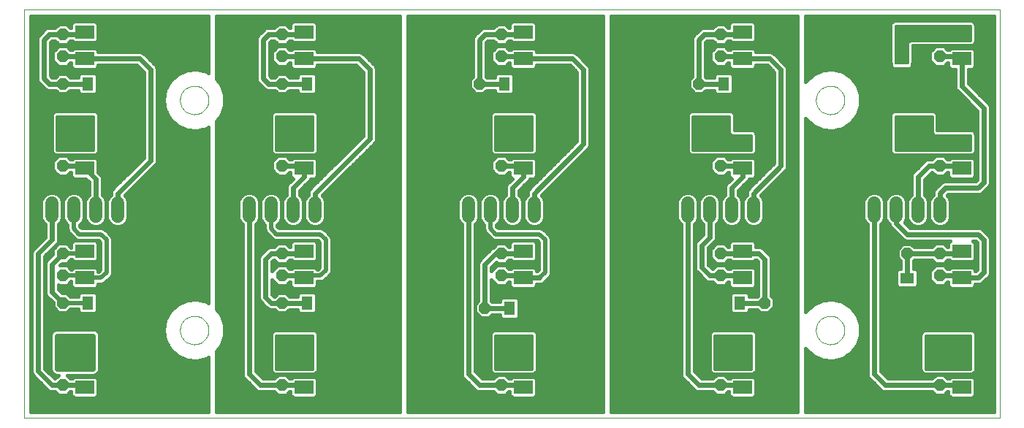
<source format=gbl>
G75*
G70*
%OFA0B0*%
%FSLAX24Y24*%
%IPPOS*%
%LPD*%
%AMOC8*
5,1,8,0,0,1.08239X$1,22.5*
%
%ADD10C,0.0000*%
%ADD11R,0.0512X0.0630*%
%ADD12OC8,0.0554*%
%ADD13OC8,0.0520*%
%ADD14R,0.0630X0.0512*%
%ADD15R,0.0866X0.0591*%
%ADD16C,0.0600*%
%ADD17OC8,0.1000*%
%ADD18C,0.0240*%
%ADD19C,0.0160*%
%ADD20C,0.0200*%
D10*
X000181Y000181D02*
X000181Y018801D01*
X044674Y018801D01*
X044674Y000181D01*
X000181Y000181D01*
X007281Y004181D02*
X007283Y004231D01*
X007289Y004281D01*
X007299Y004331D01*
X007312Y004379D01*
X007329Y004427D01*
X007350Y004473D01*
X007374Y004517D01*
X007402Y004559D01*
X007433Y004599D01*
X007467Y004636D01*
X007504Y004671D01*
X007543Y004702D01*
X007584Y004731D01*
X007628Y004756D01*
X007674Y004778D01*
X007721Y004796D01*
X007769Y004810D01*
X007818Y004821D01*
X007868Y004828D01*
X007918Y004831D01*
X007969Y004830D01*
X008019Y004825D01*
X008069Y004816D01*
X008117Y004804D01*
X008165Y004787D01*
X008211Y004767D01*
X008256Y004744D01*
X008299Y004717D01*
X008339Y004687D01*
X008377Y004654D01*
X008412Y004618D01*
X008445Y004579D01*
X008474Y004538D01*
X008500Y004495D01*
X008523Y004450D01*
X008542Y004403D01*
X008557Y004355D01*
X008569Y004306D01*
X008577Y004256D01*
X008581Y004206D01*
X008581Y004156D01*
X008577Y004106D01*
X008569Y004056D01*
X008557Y004007D01*
X008542Y003959D01*
X008523Y003912D01*
X008500Y003867D01*
X008474Y003824D01*
X008445Y003783D01*
X008412Y003744D01*
X008377Y003708D01*
X008339Y003675D01*
X008299Y003645D01*
X008256Y003618D01*
X008211Y003595D01*
X008165Y003575D01*
X008117Y003558D01*
X008069Y003546D01*
X008019Y003537D01*
X007969Y003532D01*
X007918Y003531D01*
X007868Y003534D01*
X007818Y003541D01*
X007769Y003552D01*
X007721Y003566D01*
X007674Y003584D01*
X007628Y003606D01*
X007584Y003631D01*
X007543Y003660D01*
X007504Y003691D01*
X007467Y003726D01*
X007433Y003763D01*
X007402Y003803D01*
X007374Y003845D01*
X007350Y003889D01*
X007329Y003935D01*
X007312Y003983D01*
X007299Y004031D01*
X007289Y004081D01*
X007283Y004131D01*
X007281Y004181D01*
X007281Y014681D02*
X007283Y014731D01*
X007289Y014781D01*
X007299Y014831D01*
X007312Y014879D01*
X007329Y014927D01*
X007350Y014973D01*
X007374Y015017D01*
X007402Y015059D01*
X007433Y015099D01*
X007467Y015136D01*
X007504Y015171D01*
X007543Y015202D01*
X007584Y015231D01*
X007628Y015256D01*
X007674Y015278D01*
X007721Y015296D01*
X007769Y015310D01*
X007818Y015321D01*
X007868Y015328D01*
X007918Y015331D01*
X007969Y015330D01*
X008019Y015325D01*
X008069Y015316D01*
X008117Y015304D01*
X008165Y015287D01*
X008211Y015267D01*
X008256Y015244D01*
X008299Y015217D01*
X008339Y015187D01*
X008377Y015154D01*
X008412Y015118D01*
X008445Y015079D01*
X008474Y015038D01*
X008500Y014995D01*
X008523Y014950D01*
X008542Y014903D01*
X008557Y014855D01*
X008569Y014806D01*
X008577Y014756D01*
X008581Y014706D01*
X008581Y014656D01*
X008577Y014606D01*
X008569Y014556D01*
X008557Y014507D01*
X008542Y014459D01*
X008523Y014412D01*
X008500Y014367D01*
X008474Y014324D01*
X008445Y014283D01*
X008412Y014244D01*
X008377Y014208D01*
X008339Y014175D01*
X008299Y014145D01*
X008256Y014118D01*
X008211Y014095D01*
X008165Y014075D01*
X008117Y014058D01*
X008069Y014046D01*
X008019Y014037D01*
X007969Y014032D01*
X007918Y014031D01*
X007868Y014034D01*
X007818Y014041D01*
X007769Y014052D01*
X007721Y014066D01*
X007674Y014084D01*
X007628Y014106D01*
X007584Y014131D01*
X007543Y014160D01*
X007504Y014191D01*
X007467Y014226D01*
X007433Y014263D01*
X007402Y014303D01*
X007374Y014345D01*
X007350Y014389D01*
X007329Y014435D01*
X007312Y014483D01*
X007299Y014531D01*
X007289Y014581D01*
X007283Y014631D01*
X007281Y014681D01*
X036281Y014681D02*
X036283Y014731D01*
X036289Y014781D01*
X036299Y014831D01*
X036312Y014879D01*
X036329Y014927D01*
X036350Y014973D01*
X036374Y015017D01*
X036402Y015059D01*
X036433Y015099D01*
X036467Y015136D01*
X036504Y015171D01*
X036543Y015202D01*
X036584Y015231D01*
X036628Y015256D01*
X036674Y015278D01*
X036721Y015296D01*
X036769Y015310D01*
X036818Y015321D01*
X036868Y015328D01*
X036918Y015331D01*
X036969Y015330D01*
X037019Y015325D01*
X037069Y015316D01*
X037117Y015304D01*
X037165Y015287D01*
X037211Y015267D01*
X037256Y015244D01*
X037299Y015217D01*
X037339Y015187D01*
X037377Y015154D01*
X037412Y015118D01*
X037445Y015079D01*
X037474Y015038D01*
X037500Y014995D01*
X037523Y014950D01*
X037542Y014903D01*
X037557Y014855D01*
X037569Y014806D01*
X037577Y014756D01*
X037581Y014706D01*
X037581Y014656D01*
X037577Y014606D01*
X037569Y014556D01*
X037557Y014507D01*
X037542Y014459D01*
X037523Y014412D01*
X037500Y014367D01*
X037474Y014324D01*
X037445Y014283D01*
X037412Y014244D01*
X037377Y014208D01*
X037339Y014175D01*
X037299Y014145D01*
X037256Y014118D01*
X037211Y014095D01*
X037165Y014075D01*
X037117Y014058D01*
X037069Y014046D01*
X037019Y014037D01*
X036969Y014032D01*
X036918Y014031D01*
X036868Y014034D01*
X036818Y014041D01*
X036769Y014052D01*
X036721Y014066D01*
X036674Y014084D01*
X036628Y014106D01*
X036584Y014131D01*
X036543Y014160D01*
X036504Y014191D01*
X036467Y014226D01*
X036433Y014263D01*
X036402Y014303D01*
X036374Y014345D01*
X036350Y014389D01*
X036329Y014435D01*
X036312Y014483D01*
X036299Y014531D01*
X036289Y014581D01*
X036283Y014631D01*
X036281Y014681D01*
X036281Y004181D02*
X036283Y004231D01*
X036289Y004281D01*
X036299Y004331D01*
X036312Y004379D01*
X036329Y004427D01*
X036350Y004473D01*
X036374Y004517D01*
X036402Y004559D01*
X036433Y004599D01*
X036467Y004636D01*
X036504Y004671D01*
X036543Y004702D01*
X036584Y004731D01*
X036628Y004756D01*
X036674Y004778D01*
X036721Y004796D01*
X036769Y004810D01*
X036818Y004821D01*
X036868Y004828D01*
X036918Y004831D01*
X036969Y004830D01*
X037019Y004825D01*
X037069Y004816D01*
X037117Y004804D01*
X037165Y004787D01*
X037211Y004767D01*
X037256Y004744D01*
X037299Y004717D01*
X037339Y004687D01*
X037377Y004654D01*
X037412Y004618D01*
X037445Y004579D01*
X037474Y004538D01*
X037500Y004495D01*
X037523Y004450D01*
X037542Y004403D01*
X037557Y004355D01*
X037569Y004306D01*
X037577Y004256D01*
X037581Y004206D01*
X037581Y004156D01*
X037577Y004106D01*
X037569Y004056D01*
X037557Y004007D01*
X037542Y003959D01*
X037523Y003912D01*
X037500Y003867D01*
X037474Y003824D01*
X037445Y003783D01*
X037412Y003744D01*
X037377Y003708D01*
X037339Y003675D01*
X037299Y003645D01*
X037256Y003618D01*
X037211Y003595D01*
X037165Y003575D01*
X037117Y003558D01*
X037069Y003546D01*
X037019Y003537D01*
X036969Y003532D01*
X036918Y003531D01*
X036868Y003534D01*
X036818Y003541D01*
X036769Y003552D01*
X036721Y003566D01*
X036674Y003584D01*
X036628Y003606D01*
X036584Y003631D01*
X036543Y003660D01*
X036504Y003691D01*
X036467Y003726D01*
X036433Y003763D01*
X036402Y003803D01*
X036374Y003845D01*
X036350Y003889D01*
X036329Y003935D01*
X036312Y003983D01*
X036299Y004031D01*
X036289Y004081D01*
X036283Y004131D01*
X036281Y004181D01*
D11*
X033805Y003681D03*
X033057Y003681D03*
X032805Y005431D03*
X032057Y005431D03*
X023805Y003681D03*
X023057Y003681D03*
X023055Y005181D03*
X022307Y005181D03*
X013805Y005431D03*
X013057Y005431D03*
X013057Y003681D03*
X013805Y003681D03*
X003805Y003681D03*
X003057Y003681D03*
X003057Y005431D03*
X003805Y005431D03*
X003805Y013681D03*
X003057Y013681D03*
X003057Y015431D03*
X003805Y015431D03*
X013057Y015431D03*
X013805Y015431D03*
X013805Y013681D03*
X013057Y013681D03*
X022057Y015431D03*
X022805Y015431D03*
X023057Y013681D03*
X023805Y013681D03*
X032057Y013681D03*
X032805Y013681D03*
X032805Y015431D03*
X032057Y015431D03*
X041307Y013681D03*
X042055Y013681D03*
X041555Y003681D03*
X040807Y003681D03*
D12*
X041931Y002681D03*
X041931Y001681D03*
X031931Y001681D03*
X031931Y002681D03*
X031931Y006681D03*
X031931Y007681D03*
X031931Y011681D03*
X031931Y012681D03*
X031931Y016681D03*
X031931Y017681D03*
X041931Y017681D03*
X041931Y016681D03*
X041931Y012681D03*
X041931Y011681D03*
X041931Y007681D03*
X041931Y006681D03*
X021931Y006681D03*
X021931Y007681D03*
X021931Y011681D03*
X021931Y012681D03*
X021931Y016681D03*
X021931Y017681D03*
X011931Y017681D03*
X011931Y016681D03*
X011931Y012681D03*
X011931Y011681D03*
X011931Y007681D03*
X011931Y006681D03*
X011931Y002681D03*
X011931Y001681D03*
X001931Y001681D03*
X001931Y002681D03*
X001931Y006681D03*
X001931Y007681D03*
X001931Y011681D03*
X001931Y012681D03*
X001931Y016681D03*
X001931Y017681D03*
X021931Y002681D03*
X021931Y001681D03*
D13*
X021931Y003681D03*
X024931Y003681D03*
X024181Y005181D03*
X021181Y005181D03*
X014931Y005431D03*
X011931Y005431D03*
X011931Y003681D03*
X014931Y003681D03*
X004931Y003681D03*
X001931Y003681D03*
X001931Y005431D03*
X004931Y005431D03*
X004931Y013681D03*
X001931Y013681D03*
X001931Y015431D03*
X004931Y015431D03*
X011931Y015431D03*
X014931Y015431D03*
X014931Y013681D03*
X011931Y013681D03*
X020931Y015431D03*
X023931Y015431D03*
X024931Y013681D03*
X021931Y013681D03*
X030931Y013681D03*
X033931Y013681D03*
X033931Y015431D03*
X030931Y015431D03*
X040181Y014681D03*
X040181Y013681D03*
X043181Y013681D03*
X040181Y017681D03*
X040431Y007681D03*
X033931Y005431D03*
X030931Y005431D03*
X031931Y003681D03*
X034931Y003681D03*
X039681Y003681D03*
X040431Y004681D03*
X042681Y003681D03*
D14*
X040431Y005807D03*
X040431Y006555D03*
X040181Y015807D03*
X040181Y016555D03*
D15*
X042931Y016571D03*
X042931Y017792D03*
X032931Y017792D03*
X032931Y016571D03*
X032931Y012792D03*
X032931Y011571D03*
X032931Y007792D03*
X032931Y006571D03*
X032931Y002792D03*
X032931Y001571D03*
X022931Y001571D03*
X022931Y002792D03*
X022931Y006571D03*
X022931Y007792D03*
X022931Y011571D03*
X022931Y012792D03*
X022931Y016571D03*
X022931Y017792D03*
X012931Y017792D03*
X012931Y016571D03*
X012931Y012792D03*
X012931Y011571D03*
X012931Y007792D03*
X012931Y006571D03*
X012931Y002792D03*
X012931Y001571D03*
X002931Y001571D03*
X002931Y002792D03*
X002931Y006571D03*
X002931Y007792D03*
X002931Y011571D03*
X002931Y012792D03*
X002931Y016571D03*
X002931Y017792D03*
X042931Y012792D03*
X042931Y011571D03*
X042931Y007792D03*
X042931Y006571D03*
X042931Y002792D03*
X042931Y001571D03*
D16*
X042931Y009381D02*
X042931Y009981D01*
X041931Y009981D02*
X041931Y009381D01*
X040931Y009381D02*
X040931Y009981D01*
X039931Y009981D02*
X039931Y009381D01*
X038931Y009381D02*
X038931Y009981D01*
X034431Y009981D02*
X034431Y009381D01*
X033431Y009381D02*
X033431Y009981D01*
X032431Y009981D02*
X032431Y009381D01*
X031431Y009381D02*
X031431Y009981D01*
X030431Y009981D02*
X030431Y009381D01*
X024431Y009381D02*
X024431Y009981D01*
X023431Y009981D02*
X023431Y009381D01*
X022431Y009381D02*
X022431Y009981D01*
X021431Y009981D02*
X021431Y009381D01*
X020431Y009381D02*
X020431Y009981D01*
X014431Y009981D02*
X014431Y009381D01*
X013431Y009381D02*
X013431Y009981D01*
X012431Y009981D02*
X012431Y009381D01*
X011431Y009381D02*
X011431Y009981D01*
X010431Y009981D02*
X010431Y009381D01*
X005431Y009381D02*
X005431Y009981D01*
X004431Y009981D02*
X004431Y009381D01*
X003431Y009381D02*
X003431Y009981D01*
X002431Y009981D02*
X002431Y009381D01*
X001431Y009381D02*
X001431Y009981D01*
D17*
X005931Y017931D03*
X009681Y017931D03*
X025681Y017931D03*
X027681Y017931D03*
X036431Y017931D03*
X036431Y000931D03*
X027681Y000931D03*
X025681Y000931D03*
X009681Y000931D03*
X005931Y000931D03*
D18*
X002931Y001571D02*
X002821Y001681D01*
X001931Y001681D01*
X001431Y001681D01*
X000806Y002306D01*
X000806Y007681D01*
X001431Y008306D01*
X001431Y009681D01*
X003431Y009681D02*
X003431Y011071D01*
X002931Y011571D01*
X002821Y011681D01*
X001931Y011681D01*
X001931Y012681D02*
X002821Y012681D01*
X002931Y012792D01*
X004431Y010431D02*
X005931Y011931D01*
X005931Y016071D01*
X005431Y016571D01*
X002931Y016571D01*
X002821Y016681D02*
X001931Y016681D01*
X001056Y017431D02*
X001056Y015681D01*
X001306Y015431D01*
X001931Y015431D01*
X003057Y015431D01*
X001056Y017431D02*
X001306Y017681D01*
X001931Y017681D01*
X002821Y017681D01*
X011056Y017431D02*
X011056Y015681D01*
X011306Y015431D01*
X011931Y015431D01*
X013057Y015431D01*
X012931Y016571D02*
X015431Y016571D01*
X015931Y016071D01*
X015931Y012931D01*
X013431Y010431D01*
X013431Y009681D01*
X012431Y009681D02*
X012431Y010681D01*
X012931Y011181D01*
X012931Y011571D01*
X012821Y011681D01*
X011931Y011681D01*
X011931Y012681D02*
X012821Y012681D01*
X012931Y012792D01*
X010431Y009681D02*
X010431Y002181D01*
X010931Y001681D01*
X011931Y001681D01*
X012821Y001681D01*
X012931Y001571D01*
X012821Y002681D02*
X011931Y002681D01*
X011931Y003681D01*
X013057Y003681D02*
X013057Y002792D01*
X012931Y002792D02*
X012821Y002681D01*
X013057Y005431D02*
X011931Y005431D01*
X011431Y005431D01*
X011181Y005681D01*
X011181Y007431D01*
X011431Y007681D01*
X011931Y007681D01*
X012821Y007681D01*
X012931Y007792D01*
X012821Y006681D02*
X011931Y006681D01*
X012821Y006681D02*
X012931Y006571D01*
X020431Y009681D02*
X020431Y002181D01*
X020931Y001681D01*
X021931Y001681D01*
X022821Y001681D01*
X022931Y001571D01*
X022821Y002681D02*
X021931Y002681D01*
X022821Y002681D02*
X022931Y002792D01*
X022307Y005181D02*
X021181Y005181D01*
X021181Y007181D01*
X021681Y007681D01*
X021931Y007681D01*
X022821Y007681D01*
X022931Y007792D01*
X022821Y006681D02*
X021931Y006681D01*
X022821Y006681D02*
X022931Y006571D01*
X023681Y006571D01*
X023431Y009681D02*
X023431Y010431D01*
X025681Y012681D01*
X025681Y016071D01*
X025181Y016571D01*
X022931Y016571D01*
X022821Y016681D01*
X021931Y016681D01*
X020931Y017431D02*
X021181Y017681D01*
X021931Y017681D01*
X022821Y017681D01*
X022931Y017792D01*
X020931Y017431D02*
X020931Y015431D01*
X022057Y015431D01*
X021931Y012681D02*
X022821Y012681D01*
X022931Y012792D01*
X022821Y011681D02*
X021931Y011681D01*
X022821Y011681D02*
X022931Y011571D01*
X022931Y011181D01*
X022431Y010681D01*
X022431Y009681D01*
X030431Y009681D02*
X030431Y002181D01*
X030931Y001681D01*
X032181Y001681D01*
X032821Y001681D01*
X032931Y001571D01*
X032181Y001681D02*
X031931Y001681D01*
X031931Y002681D02*
X032821Y002681D01*
X032931Y002792D01*
X038931Y002181D02*
X039431Y001681D01*
X042181Y001681D01*
X042821Y001681D01*
X042931Y001571D01*
X042181Y001681D02*
X041931Y001681D01*
X041931Y002681D02*
X041931Y003681D01*
X042681Y003681D01*
X042931Y002792D02*
X042821Y002681D01*
X041931Y002681D01*
X038931Y002181D02*
X038931Y009681D01*
X039931Y009681D02*
X039931Y009056D01*
X040431Y008556D01*
X043681Y008556D01*
X043931Y008306D01*
X043931Y006821D01*
X043681Y006571D01*
X042931Y006571D01*
X042821Y006681D01*
X041931Y006681D01*
X040431Y006555D02*
X040431Y007681D01*
X041931Y007681D01*
X042821Y007681D01*
X042931Y007792D01*
X041931Y009681D02*
X041931Y010431D01*
X042181Y010681D01*
X043681Y010681D01*
X043931Y010931D01*
X043931Y014321D01*
X042931Y015321D01*
X042931Y016571D01*
X042821Y016681D01*
X041931Y016681D01*
X041931Y017681D02*
X042931Y017681D01*
X042931Y017792D01*
X034681Y016071D02*
X034681Y011681D01*
X033431Y010431D01*
X033431Y009681D01*
X032431Y009681D02*
X032431Y010681D01*
X032931Y011181D01*
X032931Y011571D01*
X032821Y011681D01*
X031931Y011681D01*
X031931Y012681D02*
X031931Y013555D01*
X032057Y013681D02*
X030931Y013681D01*
X031931Y012681D02*
X032821Y012681D01*
X032931Y012792D01*
X032057Y015431D02*
X030931Y015431D01*
X030931Y017431D01*
X031181Y017681D01*
X031931Y017681D01*
X032821Y017681D01*
X032931Y017792D01*
X032821Y016681D02*
X031931Y016681D01*
X032821Y016681D02*
X032931Y016571D01*
X034181Y016571D01*
X034681Y016071D01*
X041931Y012681D02*
X042821Y012681D01*
X042931Y012792D01*
X042821Y011681D02*
X041931Y011681D01*
X041431Y011681D01*
X040931Y011181D01*
X040931Y009681D01*
X042821Y011681D02*
X042931Y011571D01*
X033931Y007431D02*
X033681Y007681D01*
X032821Y007681D01*
X032931Y007792D01*
X032821Y007681D02*
X031931Y007681D01*
X031431Y008431D02*
X031056Y008056D01*
X031056Y007056D01*
X031431Y006681D01*
X031931Y006681D01*
X032821Y006681D01*
X032931Y006571D01*
X033931Y006931D02*
X033931Y007181D01*
X033931Y007431D01*
X033931Y006931D02*
X033931Y005431D01*
X032805Y005431D01*
X031431Y008431D02*
X031431Y009681D01*
X012821Y016681D02*
X011931Y016681D01*
X011056Y017431D02*
X011306Y017681D01*
X011931Y017681D01*
X012821Y017681D01*
X004431Y010431D02*
X004431Y009681D01*
X002931Y007792D02*
X002821Y007681D01*
X001931Y007681D02*
X001431Y007181D01*
X001431Y005931D01*
X001931Y005431D01*
X002931Y006571D02*
X002821Y006681D01*
X003306Y003931D02*
X001681Y003931D01*
X001681Y002431D01*
X003306Y002431D01*
X003306Y003931D01*
X003306Y003760D02*
X001681Y003760D01*
X001681Y003521D02*
X003306Y003521D01*
X003306Y003282D02*
X001681Y003282D01*
X001681Y003044D02*
X003306Y003044D01*
X003306Y002805D02*
X001681Y002805D01*
X001681Y002567D02*
X003306Y002567D01*
X002931Y002792D02*
X002821Y002681D01*
X001931Y002681D01*
D19*
X001931Y003681D01*
X001381Y003669D02*
X001106Y003669D01*
X001106Y003511D02*
X001381Y003511D01*
X001381Y003352D02*
X001106Y003352D01*
X001106Y003194D02*
X001381Y003194D01*
X001381Y003035D02*
X001106Y003035D01*
X001106Y002877D02*
X001381Y002877D01*
X001381Y002718D02*
X001106Y002718D01*
X001106Y002560D02*
X001381Y002560D01*
X001381Y002401D02*
X001136Y002401D01*
X001106Y002431D02*
X001106Y007557D01*
X001601Y008052D01*
X001686Y008136D01*
X001731Y008247D01*
X001731Y009003D01*
X001838Y009109D01*
X001911Y009286D01*
X001911Y010077D01*
X001838Y010253D01*
X001703Y010388D01*
X001527Y010461D01*
X001336Y010461D01*
X001159Y010388D01*
X001024Y010253D01*
X000951Y010077D01*
X000951Y009286D01*
X001024Y009109D01*
X001131Y009003D01*
X001131Y008431D01*
X000552Y007851D01*
X000506Y007741D01*
X000506Y007622D01*
X000506Y002247D01*
X000552Y002136D01*
X000636Y002052D01*
X001261Y001427D01*
X001372Y001381D01*
X001491Y001381D01*
X001585Y001381D01*
X001742Y001224D01*
X002121Y001224D01*
X002278Y001381D01*
X002318Y001381D01*
X002318Y001201D01*
X002424Y001096D01*
X003439Y001096D01*
X003544Y001201D01*
X003544Y001941D01*
X003439Y002046D01*
X002424Y002046D01*
X002359Y001981D01*
X002278Y001981D01*
X002128Y002131D01*
X003366Y002131D01*
X003476Y002177D01*
X003561Y002261D01*
X003606Y002372D01*
X003606Y002491D01*
X003606Y003991D01*
X003561Y004101D01*
X003476Y004186D01*
X003366Y004231D01*
X003247Y004231D01*
X001741Y004231D01*
X001622Y004231D01*
X001511Y004186D01*
X001427Y004101D01*
X001381Y003991D01*
X001381Y002372D01*
X001427Y002261D01*
X001511Y002177D01*
X001622Y002131D01*
X001735Y002131D01*
X001585Y001981D01*
X001556Y001981D01*
X001106Y002431D01*
X001295Y002242D02*
X001446Y002242D01*
X001453Y002084D02*
X001687Y002084D01*
X002175Y002084D02*
X008556Y002084D01*
X008556Y002242D02*
X003542Y002242D01*
X003606Y002401D02*
X008556Y002401D01*
X008556Y002560D02*
X003606Y002560D01*
X003606Y002718D02*
X008556Y002718D01*
X008556Y002877D02*
X008424Y002877D01*
X008496Y002895D02*
X008556Y002934D01*
X008556Y000461D01*
X000461Y000461D01*
X000461Y018521D01*
X008556Y018521D01*
X008556Y015928D01*
X008496Y015968D01*
X008047Y016082D01*
X007586Y016043D01*
X007163Y015858D01*
X006823Y015544D01*
X006603Y015138D01*
X006526Y014681D01*
X006603Y014225D01*
X006823Y013818D01*
X007163Y013505D01*
X007586Y013319D01*
X008047Y013281D01*
X008496Y013395D01*
X008556Y013434D01*
X008556Y005428D01*
X008496Y005468D01*
X008047Y005582D01*
X007586Y005543D01*
X007163Y005358D01*
X006823Y005044D01*
X006603Y004638D01*
X006526Y004181D01*
X006603Y003725D01*
X006823Y003318D01*
X007163Y003005D01*
X007586Y002819D01*
X008047Y002781D01*
X008496Y002895D01*
X008931Y002877D02*
X010131Y002877D01*
X010131Y003035D02*
X008931Y003035D01*
X008931Y003194D02*
X010131Y003194D01*
X010131Y003352D02*
X009042Y003352D01*
X008931Y003210D02*
X009167Y003513D01*
X009317Y003950D01*
X009317Y004413D01*
X009167Y004850D01*
X008931Y005153D01*
X008931Y013710D01*
X009167Y014013D01*
X009317Y014450D01*
X009317Y014913D01*
X009167Y015350D01*
X008931Y015653D01*
X008931Y018521D01*
X017306Y018521D01*
X017306Y000461D01*
X008931Y000461D01*
X008931Y003210D01*
X009166Y003511D02*
X010131Y003511D01*
X010131Y003669D02*
X009221Y003669D01*
X009275Y003828D02*
X010131Y003828D01*
X010131Y003986D02*
X009317Y003986D01*
X009317Y004145D02*
X010131Y004145D01*
X010131Y004304D02*
X009317Y004304D01*
X009300Y004462D02*
X010131Y004462D01*
X010131Y004621D02*
X009246Y004621D01*
X009191Y004779D02*
X010131Y004779D01*
X010131Y004938D02*
X009099Y004938D01*
X008975Y005096D02*
X010131Y005096D01*
X010131Y005255D02*
X008931Y005255D01*
X008931Y005413D02*
X010131Y005413D01*
X010131Y005572D02*
X008931Y005572D01*
X008931Y005730D02*
X010131Y005730D01*
X010131Y005889D02*
X008931Y005889D01*
X008931Y006048D02*
X010131Y006048D01*
X010131Y006206D02*
X008931Y006206D01*
X008931Y006365D02*
X010131Y006365D01*
X010131Y006523D02*
X008931Y006523D01*
X008931Y006682D02*
X010131Y006682D01*
X010131Y006840D02*
X008931Y006840D01*
X008931Y006999D02*
X010131Y006999D01*
X010131Y007157D02*
X008931Y007157D01*
X008931Y007316D02*
X010131Y007316D01*
X010131Y007474D02*
X008931Y007474D01*
X008931Y007633D02*
X010131Y007633D01*
X010131Y007791D02*
X008931Y007791D01*
X008931Y007950D02*
X010131Y007950D01*
X010131Y008109D02*
X008931Y008109D01*
X008931Y008267D02*
X010131Y008267D01*
X010131Y008426D02*
X008931Y008426D01*
X008931Y008584D02*
X010131Y008584D01*
X010131Y008743D02*
X008931Y008743D01*
X008931Y008901D02*
X010131Y008901D01*
X010131Y009003D02*
X010131Y002241D01*
X010131Y002122D01*
X010177Y002011D01*
X010677Y001511D01*
X010761Y001427D01*
X010872Y001381D01*
X011585Y001381D01*
X011742Y001224D01*
X012121Y001224D01*
X012278Y001381D01*
X012318Y001381D01*
X012318Y001201D01*
X012424Y001096D01*
X013439Y001096D01*
X013544Y001201D01*
X013544Y001941D01*
X013439Y002046D01*
X012424Y002046D01*
X012359Y001981D01*
X012278Y001981D01*
X012121Y002139D01*
X011742Y002139D01*
X011585Y001981D01*
X011056Y001981D01*
X010731Y002306D01*
X010731Y009003D01*
X010838Y009109D01*
X010911Y009286D01*
X010911Y010077D01*
X010838Y010253D01*
X010703Y010388D01*
X010527Y010461D01*
X010336Y010461D01*
X010159Y010388D01*
X010024Y010253D01*
X009951Y010077D01*
X009951Y009286D01*
X010024Y009109D01*
X010131Y009003D01*
X010074Y009060D02*
X008931Y009060D01*
X008931Y009218D02*
X009979Y009218D01*
X009951Y009377D02*
X008931Y009377D01*
X008931Y009535D02*
X009951Y009535D01*
X009951Y009694D02*
X008931Y009694D01*
X008931Y009853D02*
X009951Y009853D01*
X009951Y010011D02*
X008931Y010011D01*
X008931Y010170D02*
X009990Y010170D01*
X010099Y010328D02*
X008931Y010328D01*
X008931Y010487D02*
X012131Y010487D01*
X012131Y010360D02*
X012024Y010253D01*
X011951Y010077D01*
X011951Y009286D01*
X012024Y009109D01*
X012159Y008974D01*
X012336Y008901D01*
X012527Y008901D01*
X012703Y008974D01*
X012838Y009109D01*
X012911Y009286D01*
X012911Y010077D01*
X012838Y010253D01*
X012731Y010360D01*
X012731Y010557D01*
X013101Y010927D01*
X013186Y011011D01*
X013221Y011096D01*
X013439Y011096D01*
X013544Y011201D01*
X013544Y011941D01*
X013439Y012046D01*
X012424Y012046D01*
X012359Y011981D01*
X012278Y011981D01*
X012121Y012139D01*
X011742Y012139D01*
X011474Y011871D01*
X011474Y011492D01*
X011742Y011224D01*
X012121Y011224D01*
X012278Y011381D01*
X012318Y011381D01*
X012318Y011201D01*
X012423Y011097D01*
X012177Y010851D01*
X012131Y010741D01*
X012131Y010622D01*
X012131Y010360D01*
X012099Y010328D02*
X011763Y010328D01*
X011703Y010388D02*
X011527Y010461D01*
X011336Y010461D01*
X011159Y010388D01*
X011024Y010253D01*
X010951Y010077D01*
X010951Y009286D01*
X011024Y009109D01*
X011151Y008983D01*
X011151Y008751D01*
X011194Y008648D01*
X011273Y008569D01*
X011523Y008319D01*
X011626Y008276D01*
X011737Y008276D01*
X013565Y008276D01*
X013651Y008190D01*
X013651Y007047D01*
X013565Y006961D01*
X013524Y006961D01*
X013439Y007046D01*
X012424Y007046D01*
X012359Y006981D01*
X012278Y006981D01*
X012121Y007139D01*
X011742Y007139D01*
X011481Y006878D01*
X011481Y007307D01*
X011556Y007381D01*
X011585Y007381D01*
X011742Y007224D01*
X012121Y007224D01*
X012278Y007381D01*
X012359Y007381D01*
X012424Y007316D01*
X013439Y007316D01*
X013544Y007422D01*
X013544Y008161D01*
X013439Y008267D01*
X012424Y008267D01*
X012318Y008161D01*
X012318Y007981D01*
X012278Y007981D01*
X012121Y008139D01*
X011742Y008139D01*
X011585Y007981D01*
X011372Y007981D01*
X011261Y007936D01*
X011177Y007851D01*
X011011Y007686D01*
X010927Y007601D01*
X010881Y007491D01*
X010881Y005741D01*
X010881Y005622D01*
X010927Y005511D01*
X011177Y005261D01*
X011261Y005177D01*
X011372Y005131D01*
X011609Y005131D01*
X011749Y004991D01*
X012114Y004991D01*
X012254Y005131D01*
X012621Y005131D01*
X012621Y005042D01*
X012727Y004936D01*
X013388Y004936D01*
X013493Y005042D01*
X013493Y005821D01*
X013388Y005926D01*
X012727Y005926D01*
X012621Y005821D01*
X012621Y005731D01*
X012254Y005731D01*
X012114Y005871D01*
X011749Y005871D01*
X011609Y005731D01*
X011556Y005731D01*
X011481Y005806D01*
X011481Y006485D01*
X011742Y006224D01*
X012121Y006224D01*
X012278Y006381D01*
X012318Y006381D01*
X012318Y006201D01*
X012424Y006096D01*
X013439Y006096D01*
X013544Y006201D01*
X013544Y006401D01*
X013626Y006401D01*
X013737Y006401D01*
X013840Y006444D01*
X014090Y006694D01*
X014169Y006773D01*
X014211Y006876D01*
X014211Y008251D01*
X014211Y008362D01*
X014169Y008465D01*
X013919Y008715D01*
X013840Y008794D01*
X013737Y008836D01*
X011797Y008836D01*
X011711Y008922D01*
X011711Y008983D01*
X011838Y009109D01*
X011911Y009286D01*
X011911Y010077D01*
X011838Y010253D01*
X011703Y010388D01*
X011873Y010170D02*
X011990Y010170D01*
X011951Y010011D02*
X011911Y010011D01*
X011911Y009853D02*
X011951Y009853D01*
X011951Y009694D02*
X011911Y009694D01*
X011911Y009535D02*
X011951Y009535D01*
X011951Y009377D02*
X011911Y009377D01*
X011883Y009218D02*
X011979Y009218D01*
X012074Y009060D02*
X011789Y009060D01*
X011732Y008901D02*
X017306Y008901D01*
X017306Y008743D02*
X013891Y008743D01*
X014050Y008584D02*
X017306Y008584D01*
X017306Y008426D02*
X014185Y008426D01*
X014211Y008267D02*
X017306Y008267D01*
X017306Y008109D02*
X014211Y008109D01*
X014211Y007950D02*
X017306Y007950D01*
X017306Y007791D02*
X014211Y007791D01*
X014211Y007633D02*
X017306Y007633D01*
X017306Y007474D02*
X014211Y007474D01*
X014211Y007316D02*
X017306Y007316D01*
X017306Y007157D02*
X014211Y007157D01*
X014211Y006999D02*
X017306Y006999D01*
X017306Y006840D02*
X014197Y006840D01*
X014078Y006682D02*
X017306Y006682D01*
X017306Y006523D02*
X013919Y006523D01*
X013544Y006365D02*
X017306Y006365D01*
X017306Y006206D02*
X013544Y006206D01*
X013425Y005889D02*
X017306Y005889D01*
X017306Y006048D02*
X011481Y006048D01*
X011481Y006206D02*
X012318Y006206D01*
X012318Y006365D02*
X012261Y006365D01*
X012690Y005889D02*
X011481Y005889D01*
X010881Y005889D02*
X010731Y005889D01*
X010731Y006048D02*
X010881Y006048D01*
X010881Y006206D02*
X010731Y006206D01*
X010731Y006365D02*
X010881Y006365D01*
X010881Y006523D02*
X010731Y006523D01*
X010731Y006682D02*
X010881Y006682D01*
X010881Y006840D02*
X010731Y006840D01*
X010731Y006999D02*
X010881Y006999D01*
X010881Y007157D02*
X010731Y007157D01*
X010731Y007316D02*
X010881Y007316D01*
X010881Y007474D02*
X010731Y007474D01*
X010731Y007633D02*
X010959Y007633D01*
X011117Y007791D02*
X010731Y007791D01*
X010731Y007950D02*
X011296Y007950D01*
X011712Y008109D02*
X010731Y008109D01*
X010731Y008267D02*
X013575Y008267D01*
X013544Y008109D02*
X013651Y008109D01*
X013651Y007950D02*
X013544Y007950D01*
X013544Y007791D02*
X013651Y007791D01*
X013651Y007633D02*
X013544Y007633D01*
X013544Y007474D02*
X013651Y007474D01*
X013651Y007316D02*
X012212Y007316D01*
X012261Y006999D02*
X012376Y006999D01*
X011602Y006999D02*
X011481Y006999D01*
X011481Y007157D02*
X013651Y007157D01*
X013603Y006999D02*
X013487Y006999D01*
X012318Y008109D02*
X012151Y008109D01*
X011416Y008426D02*
X010731Y008426D01*
X010731Y008584D02*
X011258Y008584D01*
X011155Y008743D02*
X010731Y008743D01*
X010731Y008901D02*
X011151Y008901D01*
X011074Y009060D02*
X010789Y009060D01*
X010883Y009218D02*
X010979Y009218D01*
X010951Y009377D02*
X010911Y009377D01*
X010911Y009535D02*
X010951Y009535D01*
X010951Y009694D02*
X010911Y009694D01*
X010911Y009853D02*
X010951Y009853D01*
X010951Y010011D02*
X010911Y010011D01*
X010873Y010170D02*
X010990Y010170D01*
X011099Y010328D02*
X010763Y010328D01*
X012131Y010645D02*
X008931Y010645D01*
X008931Y010804D02*
X012157Y010804D01*
X012288Y010962D02*
X008931Y010962D01*
X008931Y011121D02*
X012399Y011121D01*
X012318Y011279D02*
X012176Y011279D01*
X011687Y011279D02*
X008931Y011279D01*
X008931Y011438D02*
X011528Y011438D01*
X011474Y011597D02*
X008931Y011597D01*
X008931Y011755D02*
X011474Y011755D01*
X011517Y011914D02*
X008931Y011914D01*
X008931Y012072D02*
X011676Y012072D01*
X011630Y012171D02*
X011733Y012171D01*
X013358Y012171D01*
X013454Y012211D01*
X013527Y012284D01*
X013566Y012380D01*
X013566Y012483D01*
X013566Y013983D01*
X013527Y014079D01*
X013454Y014152D01*
X013358Y014191D01*
X013255Y014191D01*
X011733Y014191D01*
X011630Y014191D01*
X011534Y014152D01*
X011461Y014079D01*
X011421Y013983D01*
X011421Y012380D01*
X011461Y012284D01*
X011534Y012211D01*
X011630Y012171D01*
X011514Y012231D02*
X008931Y012231D01*
X008931Y012389D02*
X011421Y012389D01*
X011421Y012548D02*
X008931Y012548D01*
X008931Y012706D02*
X011421Y012706D01*
X011421Y012865D02*
X008931Y012865D01*
X008931Y013023D02*
X011421Y013023D01*
X011421Y013182D02*
X008931Y013182D01*
X008931Y013341D02*
X011421Y013341D01*
X011421Y013499D02*
X008931Y013499D01*
X008931Y013658D02*
X011421Y013658D01*
X011421Y013816D02*
X009014Y013816D01*
X009137Y013975D02*
X011421Y013975D01*
X011516Y014133D02*
X009208Y014133D01*
X009263Y014292D02*
X015631Y014292D01*
X015631Y014450D02*
X009317Y014450D01*
X009317Y014609D02*
X015631Y014609D01*
X015631Y014767D02*
X009317Y014767D01*
X009313Y014926D02*
X015631Y014926D01*
X015631Y015084D02*
X013493Y015084D01*
X013493Y015042D02*
X013493Y015821D01*
X013388Y015926D01*
X012727Y015926D01*
X012621Y015821D01*
X012621Y015731D01*
X012254Y015731D01*
X012114Y015871D01*
X011749Y015871D01*
X011609Y015731D01*
X011431Y015731D01*
X011356Y015806D01*
X011356Y017307D01*
X011431Y017381D01*
X011585Y017381D01*
X011742Y017224D01*
X012121Y017224D01*
X012278Y017381D01*
X012359Y017381D01*
X012424Y017316D01*
X013439Y017316D01*
X013544Y017422D01*
X013544Y018161D01*
X013439Y018267D01*
X012424Y018267D01*
X012318Y018161D01*
X012318Y017981D01*
X012278Y017981D01*
X012121Y018139D01*
X011742Y018139D01*
X011585Y017981D01*
X011247Y017981D01*
X011136Y017936D01*
X011052Y017851D01*
X010802Y017601D01*
X010756Y017491D01*
X010756Y017372D01*
X010756Y015622D01*
X010802Y015511D01*
X010886Y015427D01*
X011136Y015177D01*
X011247Y015131D01*
X011366Y015131D01*
X011609Y015131D01*
X011749Y014991D01*
X012114Y014991D01*
X012254Y015131D01*
X012621Y015131D01*
X012621Y015042D01*
X012727Y014936D01*
X013388Y014936D01*
X013493Y015042D01*
X013493Y015243D02*
X015631Y015243D01*
X015631Y015402D02*
X013493Y015402D01*
X013493Y015560D02*
X015631Y015560D01*
X015631Y015719D02*
X013493Y015719D01*
X013437Y015877D02*
X015631Y015877D01*
X015631Y015947D02*
X015631Y013056D01*
X013177Y010601D01*
X013131Y010491D01*
X013131Y010372D01*
X013131Y010360D01*
X013024Y010253D01*
X012951Y010077D01*
X012951Y009286D01*
X013024Y009109D01*
X013159Y008974D01*
X013336Y008901D01*
X013527Y008901D01*
X013703Y008974D01*
X013838Y009109D01*
X013911Y009286D01*
X013911Y010077D01*
X013838Y010253D01*
X013758Y010334D01*
X016186Y012761D01*
X016231Y012872D01*
X016231Y012991D01*
X016231Y016011D01*
X016231Y016131D01*
X016186Y016241D01*
X015686Y016741D01*
X015601Y016825D01*
X015491Y016871D01*
X013544Y016871D01*
X013544Y016941D01*
X013439Y017046D01*
X012424Y017046D01*
X012359Y016981D01*
X012278Y016981D01*
X012121Y017139D01*
X011742Y017139D01*
X011474Y016871D01*
X011474Y016492D01*
X011742Y016224D01*
X012121Y016224D01*
X012278Y016381D01*
X012318Y016381D01*
X012318Y016201D01*
X012424Y016096D01*
X013439Y016096D01*
X013544Y016201D01*
X013544Y016271D01*
X015307Y016271D01*
X015631Y015947D01*
X015543Y016036D02*
X011356Y016036D01*
X011356Y016194D02*
X012325Y016194D01*
X012318Y016353D02*
X012249Y016353D01*
X012821Y016681D02*
X012931Y016571D01*
X012364Y016987D02*
X012272Y016987D01*
X012201Y017304D02*
X017306Y017304D01*
X017306Y017146D02*
X011356Y017146D01*
X011356Y017304D02*
X011662Y017304D01*
X011591Y016987D02*
X011356Y016987D01*
X011356Y016828D02*
X011474Y016828D01*
X011474Y016670D02*
X011356Y016670D01*
X011356Y016511D02*
X011474Y016511D01*
X011356Y016353D02*
X011613Y016353D01*
X010756Y016353D02*
X008931Y016353D01*
X008931Y016511D02*
X010756Y016511D01*
X010756Y016670D02*
X008931Y016670D01*
X008931Y016828D02*
X010756Y016828D01*
X010756Y016987D02*
X008931Y016987D01*
X008931Y017146D02*
X010756Y017146D01*
X010756Y017304D02*
X008931Y017304D01*
X008931Y017463D02*
X010756Y017463D01*
X010822Y017621D02*
X008931Y017621D01*
X008931Y017780D02*
X010980Y017780D01*
X011143Y017938D02*
X008931Y017938D01*
X008931Y018097D02*
X011700Y018097D01*
X012162Y018097D02*
X012318Y018097D01*
X012412Y018255D02*
X008931Y018255D01*
X008931Y018414D02*
X017306Y018414D01*
X017306Y018255D02*
X013451Y018255D01*
X013544Y018097D02*
X017306Y018097D01*
X017306Y017938D02*
X013544Y017938D01*
X013544Y017780D02*
X017306Y017780D01*
X017306Y017621D02*
X013544Y017621D01*
X013544Y017463D02*
X017306Y017463D01*
X017681Y017463D02*
X020631Y017463D01*
X020631Y017491D02*
X020631Y017372D01*
X020631Y015754D01*
X020491Y015614D01*
X020491Y015249D01*
X020749Y014991D01*
X021114Y014991D01*
X021254Y015131D01*
X021621Y015131D01*
X021621Y015042D01*
X021727Y014936D01*
X022388Y014936D01*
X022493Y015042D01*
X022493Y015821D01*
X022388Y015926D01*
X021727Y015926D01*
X021621Y015821D01*
X021621Y015731D01*
X021254Y015731D01*
X021231Y015754D01*
X021231Y017307D01*
X021306Y017381D01*
X021585Y017381D01*
X021742Y017224D01*
X022121Y017224D01*
X022278Y017381D01*
X022359Y017381D01*
X022424Y017316D01*
X023439Y017316D01*
X023544Y017422D01*
X023544Y018161D01*
X023439Y018267D01*
X022424Y018267D01*
X022318Y018161D01*
X022318Y017981D01*
X022278Y017981D01*
X022121Y018139D01*
X021742Y018139D01*
X021585Y017981D01*
X021122Y017981D01*
X021011Y017936D01*
X020927Y017851D01*
X020677Y017601D01*
X020631Y017491D01*
X020697Y017621D02*
X017681Y017621D01*
X017681Y017780D02*
X020856Y017780D01*
X020927Y017851D02*
X020927Y017851D01*
X021018Y017938D02*
X017681Y017938D01*
X017681Y018097D02*
X021700Y018097D01*
X022162Y018097D02*
X022318Y018097D01*
X022412Y018255D02*
X017681Y018255D01*
X017681Y018414D02*
X026556Y018414D01*
X026556Y018521D02*
X026556Y000461D01*
X017681Y000461D01*
X017681Y018521D01*
X026556Y018521D01*
X026556Y018255D02*
X023451Y018255D01*
X023544Y018097D02*
X026556Y018097D01*
X026556Y017938D02*
X023544Y017938D01*
X023544Y017780D02*
X026556Y017780D01*
X026556Y017621D02*
X023544Y017621D01*
X023544Y017463D02*
X026556Y017463D01*
X026556Y017304D02*
X022201Y017304D01*
X022121Y017139D02*
X021742Y017139D01*
X021474Y016871D01*
X021474Y016492D01*
X021742Y016224D01*
X022121Y016224D01*
X022278Y016381D01*
X022318Y016381D01*
X022318Y016201D01*
X022424Y016096D01*
X023439Y016096D01*
X023544Y016201D01*
X023544Y016271D01*
X025057Y016271D01*
X025381Y015947D01*
X025381Y012806D01*
X023177Y010601D01*
X023131Y010491D01*
X023131Y010372D01*
X023131Y010360D01*
X023024Y010253D01*
X022951Y010077D01*
X022951Y009286D01*
X023024Y009109D01*
X023159Y008974D01*
X023336Y008901D01*
X023527Y008901D01*
X023703Y008974D01*
X023838Y009109D01*
X023911Y009286D01*
X023911Y010077D01*
X023838Y010253D01*
X023758Y010334D01*
X025851Y012427D01*
X025936Y012511D01*
X025981Y012622D01*
X025981Y016131D01*
X025936Y016241D01*
X025851Y016325D01*
X025436Y016741D01*
X025351Y016825D01*
X025241Y016871D01*
X023544Y016871D01*
X023544Y016941D01*
X023439Y017046D01*
X022424Y017046D01*
X022359Y016981D01*
X022278Y016981D01*
X022121Y017139D01*
X022272Y016987D02*
X022364Y016987D01*
X021591Y016987D02*
X021231Y016987D01*
X021231Y016828D02*
X021474Y016828D01*
X021474Y016670D02*
X021231Y016670D01*
X021231Y016511D02*
X021474Y016511D01*
X021613Y016353D02*
X021231Y016353D01*
X021231Y016194D02*
X022325Y016194D01*
X022318Y016353D02*
X022249Y016353D01*
X021231Y016036D02*
X025293Y016036D01*
X025381Y015877D02*
X022437Y015877D01*
X022493Y015719D02*
X025381Y015719D01*
X025381Y015560D02*
X022493Y015560D01*
X022493Y015402D02*
X025381Y015402D01*
X025381Y015243D02*
X022493Y015243D01*
X022493Y015084D02*
X025381Y015084D01*
X025381Y014926D02*
X017681Y014926D01*
X017681Y015084D02*
X020656Y015084D01*
X020498Y015243D02*
X017681Y015243D01*
X017681Y015402D02*
X020491Y015402D01*
X020491Y015560D02*
X017681Y015560D01*
X017681Y015719D02*
X020596Y015719D01*
X020631Y015877D02*
X017681Y015877D01*
X017681Y016036D02*
X020631Y016036D01*
X020631Y016194D02*
X017681Y016194D01*
X017681Y016353D02*
X020631Y016353D01*
X020631Y016511D02*
X017681Y016511D01*
X017681Y016670D02*
X020631Y016670D01*
X020631Y016828D02*
X017681Y016828D01*
X017681Y016987D02*
X020631Y016987D01*
X020631Y017146D02*
X017681Y017146D01*
X017681Y017304D02*
X020631Y017304D01*
X021231Y017304D02*
X021662Y017304D01*
X021231Y017146D02*
X026556Y017146D01*
X026556Y016987D02*
X023498Y016987D01*
X023537Y016194D02*
X025134Y016194D01*
X025824Y016353D02*
X026556Y016353D01*
X026556Y016511D02*
X025665Y016511D01*
X025507Y016670D02*
X026556Y016670D01*
X026556Y016828D02*
X025344Y016828D01*
X025851Y016325D02*
X025851Y016325D01*
X025955Y016194D02*
X026556Y016194D01*
X026556Y016036D02*
X025981Y016036D01*
X025981Y015877D02*
X026556Y015877D01*
X026556Y015719D02*
X025981Y015719D01*
X025981Y015560D02*
X026556Y015560D01*
X026556Y015402D02*
X025981Y015402D01*
X025981Y015243D02*
X026556Y015243D01*
X026556Y015084D02*
X025981Y015084D01*
X025981Y014926D02*
X026556Y014926D01*
X026556Y014767D02*
X025981Y014767D01*
X025981Y014609D02*
X026556Y014609D01*
X026556Y014450D02*
X025981Y014450D01*
X025981Y014292D02*
X026556Y014292D01*
X026556Y014133D02*
X025981Y014133D01*
X025981Y013975D02*
X026556Y013975D01*
X026556Y013816D02*
X025981Y013816D01*
X025981Y013658D02*
X026556Y013658D01*
X026556Y013499D02*
X025981Y013499D01*
X025981Y013341D02*
X026556Y013341D01*
X026556Y013182D02*
X025981Y013182D01*
X025981Y013023D02*
X026556Y013023D01*
X026556Y012865D02*
X025981Y012865D01*
X025981Y012706D02*
X026556Y012706D01*
X026556Y012548D02*
X025951Y012548D01*
X025813Y012389D02*
X026556Y012389D01*
X026556Y012231D02*
X025655Y012231D01*
X025496Y012072D02*
X026556Y012072D01*
X026556Y011914D02*
X025338Y011914D01*
X025179Y011755D02*
X026556Y011755D01*
X026556Y011597D02*
X025021Y011597D01*
X024862Y011438D02*
X026556Y011438D01*
X026556Y011279D02*
X024704Y011279D01*
X024545Y011121D02*
X026556Y011121D01*
X026556Y010962D02*
X024387Y010962D01*
X024228Y010804D02*
X026556Y010804D01*
X026556Y010645D02*
X024069Y010645D01*
X023911Y010487D02*
X026556Y010487D01*
X026556Y010328D02*
X023763Y010328D01*
X023873Y010170D02*
X026556Y010170D01*
X026556Y010011D02*
X023911Y010011D01*
X023911Y009853D02*
X026556Y009853D01*
X026556Y009694D02*
X023911Y009694D01*
X023911Y009535D02*
X026556Y009535D01*
X026556Y009377D02*
X023911Y009377D01*
X023883Y009218D02*
X026556Y009218D01*
X026556Y009060D02*
X023789Y009060D01*
X023737Y008836D02*
X021797Y008836D01*
X021711Y008922D01*
X021711Y008983D01*
X021838Y009109D01*
X021911Y009286D01*
X021911Y010077D01*
X021838Y010253D01*
X021703Y010388D01*
X021527Y010461D01*
X021336Y010461D01*
X021159Y010388D01*
X021024Y010253D01*
X020951Y010077D01*
X020951Y009286D01*
X021024Y009109D01*
X021151Y008983D01*
X021151Y008751D01*
X021194Y008648D01*
X021273Y008569D01*
X021523Y008319D01*
X021626Y008276D01*
X021737Y008276D01*
X023565Y008276D01*
X023651Y008190D01*
X023651Y006937D01*
X023585Y006871D01*
X023544Y006871D01*
X023544Y006941D01*
X023439Y007046D01*
X022424Y007046D01*
X022359Y006981D01*
X022278Y006981D01*
X022121Y007139D01*
X021742Y007139D01*
X021481Y006878D01*
X021481Y007057D01*
X021695Y007271D01*
X021742Y007224D01*
X022121Y007224D01*
X022278Y007381D01*
X022359Y007381D01*
X022424Y007316D01*
X023439Y007316D01*
X023544Y007422D01*
X023544Y008161D01*
X023439Y008267D01*
X022424Y008267D01*
X022318Y008161D01*
X022318Y007981D01*
X022278Y007981D01*
X022121Y008139D01*
X021742Y008139D01*
X021559Y007955D01*
X021511Y007936D01*
X021011Y007436D01*
X020927Y007351D01*
X020881Y007241D01*
X020881Y005504D01*
X020741Y005364D01*
X020741Y004999D01*
X020999Y004741D01*
X021364Y004741D01*
X021504Y004881D01*
X021871Y004881D01*
X021871Y004792D01*
X021977Y004686D01*
X022638Y004686D01*
X022743Y004792D01*
X022743Y005571D01*
X022638Y005676D01*
X021977Y005676D01*
X021871Y005571D01*
X021871Y005481D01*
X021504Y005481D01*
X021481Y005504D01*
X021481Y006485D01*
X021742Y006224D01*
X022121Y006224D01*
X022278Y006381D01*
X022318Y006381D01*
X022318Y006201D01*
X022424Y006096D01*
X023439Y006096D01*
X023544Y006201D01*
X023544Y006271D01*
X023741Y006271D01*
X023851Y006317D01*
X023936Y006401D01*
X023956Y006450D01*
X024090Y006584D01*
X024169Y006663D01*
X024211Y006765D01*
X024211Y008362D01*
X024169Y008465D01*
X024090Y008544D01*
X023919Y008715D01*
X023840Y008794D01*
X023737Y008836D01*
X023891Y008743D02*
X026556Y008743D01*
X026556Y008901D02*
X021732Y008901D01*
X021789Y009060D02*
X022074Y009060D01*
X022024Y009109D02*
X022159Y008974D01*
X022336Y008901D01*
X022527Y008901D01*
X022703Y008974D01*
X022838Y009109D01*
X022911Y009286D01*
X022911Y010077D01*
X022838Y010253D01*
X022731Y010360D01*
X022731Y010557D01*
X023101Y010927D01*
X023186Y011011D01*
X023221Y011096D01*
X023439Y011096D01*
X023544Y011201D01*
X023544Y011941D01*
X023439Y012046D01*
X022424Y012046D01*
X022359Y011981D01*
X022278Y011981D01*
X022121Y012139D01*
X021742Y012139D01*
X021474Y011871D01*
X021474Y011492D01*
X021742Y011224D01*
X022121Y011224D01*
X022278Y011381D01*
X022318Y011381D01*
X022318Y011201D01*
X022423Y011097D01*
X022177Y010851D01*
X022131Y010741D01*
X022131Y010622D01*
X022131Y010360D01*
X022024Y010253D01*
X021951Y010077D01*
X021951Y009286D01*
X022024Y009109D01*
X021979Y009218D02*
X021883Y009218D01*
X021911Y009377D02*
X021951Y009377D01*
X021951Y009535D02*
X021911Y009535D01*
X021911Y009694D02*
X021951Y009694D01*
X021951Y009853D02*
X021911Y009853D01*
X021911Y010011D02*
X021951Y010011D01*
X021990Y010170D02*
X021873Y010170D01*
X021763Y010328D02*
X022099Y010328D01*
X022131Y010487D02*
X017681Y010487D01*
X017681Y010645D02*
X022131Y010645D01*
X022157Y010804D02*
X017681Y010804D01*
X017681Y010962D02*
X022288Y010962D01*
X022399Y011121D02*
X017681Y011121D01*
X017681Y011279D02*
X021687Y011279D01*
X021528Y011438D02*
X017681Y011438D01*
X017681Y011597D02*
X021474Y011597D01*
X021474Y011755D02*
X017681Y011755D01*
X017681Y011914D02*
X021517Y011914D01*
X021676Y012072D02*
X017681Y012072D01*
X017681Y012231D02*
X021514Y012231D01*
X021534Y012211D02*
X021630Y012171D01*
X021733Y012171D01*
X023358Y012171D01*
X023454Y012211D01*
X023527Y012284D01*
X023566Y012380D01*
X023566Y012483D01*
X023566Y013983D01*
X023527Y014079D01*
X023454Y014152D01*
X023358Y014191D01*
X023255Y014191D01*
X021733Y014191D01*
X021630Y014191D01*
X021534Y014152D01*
X021461Y014079D01*
X021421Y013983D01*
X021421Y012380D01*
X021461Y012284D01*
X021534Y012211D01*
X021421Y012389D02*
X017681Y012389D01*
X017681Y012548D02*
X021421Y012548D01*
X021421Y012706D02*
X017681Y012706D01*
X017681Y012865D02*
X021421Y012865D01*
X021421Y013023D02*
X017681Y013023D01*
X017681Y013182D02*
X021421Y013182D01*
X021421Y013341D02*
X017681Y013341D01*
X017681Y013499D02*
X021421Y013499D01*
X021421Y013658D02*
X017681Y013658D01*
X017681Y013816D02*
X021421Y013816D01*
X021421Y013975D02*
X017681Y013975D01*
X017681Y014133D02*
X021516Y014133D01*
X021681Y013931D02*
X023306Y013931D01*
X023306Y012431D01*
X021681Y012431D01*
X021681Y013931D01*
X021681Y013816D02*
X023306Y013816D01*
X023306Y013658D02*
X021681Y013658D01*
X021681Y013499D02*
X023306Y013499D01*
X023306Y013341D02*
X021681Y013341D01*
X021681Y013182D02*
X023306Y013182D01*
X023306Y013023D02*
X021681Y013023D01*
X021681Y012865D02*
X023306Y012865D01*
X023306Y012706D02*
X021681Y012706D01*
X021681Y012548D02*
X023306Y012548D01*
X023566Y012548D02*
X025124Y012548D01*
X025282Y012706D02*
X023566Y012706D01*
X023566Y012865D02*
X025381Y012865D01*
X025381Y013023D02*
X023566Y013023D01*
X023566Y013182D02*
X025381Y013182D01*
X025381Y013341D02*
X023566Y013341D01*
X023566Y013499D02*
X025381Y013499D01*
X025381Y013658D02*
X023566Y013658D01*
X023566Y013816D02*
X025381Y013816D01*
X025381Y013975D02*
X023566Y013975D01*
X023472Y014133D02*
X025381Y014133D01*
X025381Y014292D02*
X017681Y014292D01*
X017681Y014450D02*
X025381Y014450D01*
X025381Y014609D02*
X017681Y014609D01*
X017681Y014767D02*
X025381Y014767D01*
X023931Y015431D02*
X023931Y013807D01*
X023805Y013681D01*
X024931Y013681D01*
X023057Y013681D02*
X022931Y013555D01*
X022931Y012792D01*
X023566Y012389D02*
X024965Y012389D01*
X024806Y012231D02*
X023473Y012231D01*
X023544Y011914D02*
X024489Y011914D01*
X024648Y012072D02*
X022187Y012072D01*
X023544Y011755D02*
X024331Y011755D01*
X024172Y011597D02*
X023544Y011597D01*
X023544Y011438D02*
X024014Y011438D01*
X023855Y011279D02*
X023544Y011279D01*
X023464Y011121D02*
X023697Y011121D01*
X023538Y010962D02*
X023137Y010962D01*
X022978Y010804D02*
X023380Y010804D01*
X023221Y010645D02*
X022820Y010645D01*
X022731Y010487D02*
X023131Y010487D01*
X023099Y010328D02*
X022763Y010328D01*
X022873Y010170D02*
X022990Y010170D01*
X022951Y010011D02*
X022911Y010011D01*
X022911Y009853D02*
X022951Y009853D01*
X022951Y009694D02*
X022911Y009694D01*
X022911Y009535D02*
X022951Y009535D01*
X022951Y009377D02*
X022911Y009377D01*
X022883Y009218D02*
X022979Y009218D01*
X023074Y009060D02*
X022789Y009060D01*
X024050Y008584D02*
X026556Y008584D01*
X026556Y008426D02*
X024185Y008426D01*
X024090Y008544D02*
X024090Y008544D01*
X024211Y008267D02*
X026556Y008267D01*
X026556Y008109D02*
X024211Y008109D01*
X024211Y007950D02*
X026556Y007950D01*
X026556Y007791D02*
X024211Y007791D01*
X024211Y007633D02*
X026556Y007633D01*
X026556Y007474D02*
X024211Y007474D01*
X024211Y007316D02*
X026556Y007316D01*
X026556Y007157D02*
X024211Y007157D01*
X024211Y006999D02*
X026556Y006999D01*
X026556Y006840D02*
X024211Y006840D01*
X024177Y006682D02*
X026556Y006682D01*
X026556Y006523D02*
X024029Y006523D01*
X023899Y006365D02*
X026556Y006365D01*
X026556Y006206D02*
X023544Y006206D01*
X022742Y005572D02*
X026556Y005572D01*
X026556Y005730D02*
X021481Y005730D01*
X021481Y005572D02*
X021872Y005572D01*
X021481Y005889D02*
X026556Y005889D01*
X026556Y006048D02*
X021481Y006048D01*
X021481Y006206D02*
X022318Y006206D01*
X022318Y006365D02*
X022261Y006365D01*
X021602Y006365D02*
X021481Y006365D01*
X020881Y006365D02*
X020731Y006365D01*
X020731Y006523D02*
X020881Y006523D01*
X020881Y006682D02*
X020731Y006682D01*
X020731Y006840D02*
X020881Y006840D01*
X020881Y006999D02*
X020731Y006999D01*
X020731Y007157D02*
X020881Y007157D01*
X020912Y007316D02*
X020731Y007316D01*
X020731Y007474D02*
X021050Y007474D01*
X021209Y007633D02*
X020731Y007633D01*
X020731Y007791D02*
X021367Y007791D01*
X021546Y007950D02*
X020731Y007950D01*
X020731Y008109D02*
X021712Y008109D01*
X022151Y008109D02*
X022318Y008109D01*
X021416Y008426D02*
X020731Y008426D01*
X020731Y008584D02*
X021258Y008584D01*
X021155Y008743D02*
X020731Y008743D01*
X020731Y008901D02*
X021151Y008901D01*
X021074Y009060D02*
X020789Y009060D01*
X020838Y009109D02*
X020731Y009003D01*
X020731Y002306D01*
X021056Y001981D01*
X021585Y001981D01*
X021742Y002139D01*
X022121Y002139D01*
X022278Y001981D01*
X022359Y001981D01*
X022424Y002046D01*
X023439Y002046D01*
X023544Y001941D01*
X023544Y001201D01*
X023439Y001096D01*
X022424Y001096D01*
X022318Y001201D01*
X022318Y001381D01*
X022278Y001381D01*
X022121Y001224D01*
X021742Y001224D01*
X021585Y001381D01*
X020872Y001381D01*
X020761Y001427D01*
X020677Y001511D01*
X020677Y001511D01*
X020177Y002011D01*
X020131Y002122D01*
X020131Y002241D01*
X020131Y009003D01*
X020024Y009109D01*
X019951Y009286D01*
X019951Y010077D01*
X020024Y010253D01*
X020159Y010388D01*
X020336Y010461D01*
X020527Y010461D01*
X020703Y010388D01*
X020838Y010253D01*
X020911Y010077D01*
X020911Y009286D01*
X020838Y009109D01*
X020883Y009218D02*
X020979Y009218D01*
X020951Y009377D02*
X020911Y009377D01*
X020911Y009535D02*
X020951Y009535D01*
X020951Y009694D02*
X020911Y009694D01*
X020911Y009853D02*
X020951Y009853D01*
X020951Y010011D02*
X020911Y010011D01*
X020873Y010170D02*
X020990Y010170D01*
X021099Y010328D02*
X020763Y010328D01*
X020099Y010328D02*
X017681Y010328D01*
X017681Y010170D02*
X019990Y010170D01*
X019951Y010011D02*
X017681Y010011D01*
X017681Y009853D02*
X019951Y009853D01*
X019951Y009694D02*
X017681Y009694D01*
X017681Y009535D02*
X019951Y009535D01*
X019951Y009377D02*
X017681Y009377D01*
X017681Y009218D02*
X019979Y009218D01*
X020074Y009060D02*
X017681Y009060D01*
X017681Y008901D02*
X020131Y008901D01*
X020131Y008743D02*
X017681Y008743D01*
X017681Y008584D02*
X020131Y008584D01*
X020131Y008426D02*
X017681Y008426D01*
X017681Y008267D02*
X020131Y008267D01*
X020131Y008109D02*
X017681Y008109D01*
X017681Y007950D02*
X020131Y007950D01*
X020131Y007791D02*
X017681Y007791D01*
X017681Y007633D02*
X020131Y007633D01*
X020131Y007474D02*
X017681Y007474D01*
X017681Y007316D02*
X020131Y007316D01*
X020131Y007157D02*
X017681Y007157D01*
X017681Y006999D02*
X020131Y006999D01*
X020131Y006840D02*
X017681Y006840D01*
X017681Y006682D02*
X020131Y006682D01*
X020131Y006523D02*
X017681Y006523D01*
X017681Y006365D02*
X020131Y006365D01*
X020131Y006206D02*
X017681Y006206D01*
X017681Y006048D02*
X020131Y006048D01*
X020131Y005889D02*
X017681Y005889D01*
X017681Y005730D02*
X020131Y005730D01*
X020131Y005572D02*
X017681Y005572D01*
X017681Y005413D02*
X020131Y005413D01*
X020131Y005255D02*
X017681Y005255D01*
X017681Y005096D02*
X020131Y005096D01*
X020131Y004938D02*
X017681Y004938D01*
X017681Y004779D02*
X020131Y004779D01*
X020131Y004621D02*
X017681Y004621D01*
X017681Y004462D02*
X020131Y004462D01*
X020131Y004304D02*
X017681Y004304D01*
X017681Y004145D02*
X020131Y004145D01*
X020131Y003986D02*
X017681Y003986D01*
X017681Y003828D02*
X020131Y003828D01*
X020131Y003669D02*
X017681Y003669D01*
X017681Y003511D02*
X020131Y003511D01*
X020131Y003352D02*
X017681Y003352D01*
X017681Y003194D02*
X020131Y003194D01*
X020131Y003035D02*
X017681Y003035D01*
X017681Y002877D02*
X020131Y002877D01*
X020131Y002718D02*
X017681Y002718D01*
X017681Y002560D02*
X020131Y002560D01*
X020131Y002401D02*
X017681Y002401D01*
X017681Y002242D02*
X020131Y002242D01*
X020147Y002084D02*
X017681Y002084D01*
X017681Y001925D02*
X020263Y001925D01*
X020422Y001767D02*
X017681Y001767D01*
X017681Y001608D02*
X020580Y001608D01*
X020739Y001450D02*
X017681Y001450D01*
X017681Y001291D02*
X021675Y001291D01*
X022188Y001291D02*
X022318Y001291D01*
X022387Y001133D02*
X017681Y001133D01*
X017681Y000974D02*
X026556Y000974D01*
X026556Y000816D02*
X017681Y000816D01*
X017681Y000657D02*
X026556Y000657D01*
X026556Y000499D02*
X017681Y000499D01*
X017306Y000499D02*
X008931Y000499D01*
X008931Y000657D02*
X017306Y000657D01*
X017306Y000816D02*
X008931Y000816D01*
X008931Y000974D02*
X017306Y000974D01*
X017306Y001133D02*
X013476Y001133D01*
X013544Y001291D02*
X017306Y001291D01*
X017306Y001450D02*
X013544Y001450D01*
X013544Y001608D02*
X017306Y001608D01*
X017306Y001767D02*
X013544Y001767D01*
X013544Y001925D02*
X017306Y001925D01*
X017306Y002084D02*
X012175Y002084D01*
X011733Y002171D02*
X013358Y002171D01*
X013454Y002211D01*
X013527Y002284D01*
X013566Y002380D01*
X013566Y002483D01*
X013566Y003983D01*
X013527Y004079D01*
X013454Y004152D01*
X013358Y004191D01*
X013255Y004191D01*
X011733Y004191D01*
X011630Y004191D01*
X011534Y004152D01*
X011461Y004079D01*
X011421Y003983D01*
X011421Y002380D01*
X011461Y002284D01*
X011534Y002211D01*
X011630Y002171D01*
X011733Y002171D01*
X011687Y002084D02*
X010953Y002084D01*
X010795Y002242D02*
X011503Y002242D01*
X011421Y002401D02*
X010731Y002401D01*
X010731Y002560D02*
X011421Y002560D01*
X011421Y002718D02*
X010731Y002718D01*
X010731Y002877D02*
X011421Y002877D01*
X011421Y003035D02*
X010731Y003035D01*
X010731Y003194D02*
X011421Y003194D01*
X011421Y003352D02*
X010731Y003352D01*
X010731Y003511D02*
X011421Y003511D01*
X011421Y003669D02*
X010731Y003669D01*
X010731Y003828D02*
X011421Y003828D01*
X011423Y003986D02*
X010731Y003986D01*
X010731Y004145D02*
X011527Y004145D01*
X011681Y003931D02*
X013306Y003931D01*
X013306Y002431D01*
X011681Y002431D01*
X011681Y003931D01*
X011681Y003828D02*
X013306Y003828D01*
X013306Y003669D02*
X011681Y003669D01*
X011681Y003511D02*
X013306Y003511D01*
X013306Y003352D02*
X011681Y003352D01*
X011681Y003194D02*
X013306Y003194D01*
X013306Y003035D02*
X011681Y003035D01*
X011681Y002877D02*
X013306Y002877D01*
X013306Y002718D02*
X011681Y002718D01*
X011681Y002560D02*
X013306Y002560D01*
X013566Y002560D02*
X017306Y002560D01*
X017306Y002718D02*
X013566Y002718D01*
X013566Y002877D02*
X017306Y002877D01*
X017306Y003035D02*
X013566Y003035D01*
X013566Y003194D02*
X017306Y003194D01*
X017306Y003352D02*
X013566Y003352D01*
X013566Y003511D02*
X017306Y003511D01*
X017306Y003669D02*
X013566Y003669D01*
X013566Y003828D02*
X017306Y003828D01*
X017306Y003986D02*
X013565Y003986D01*
X013460Y004145D02*
X017306Y004145D01*
X017306Y004304D02*
X010731Y004304D01*
X010731Y004462D02*
X017306Y004462D01*
X017306Y004621D02*
X010731Y004621D01*
X010731Y004779D02*
X017306Y004779D01*
X017306Y004938D02*
X013389Y004938D01*
X013493Y005096D02*
X017306Y005096D01*
X017306Y005255D02*
X013493Y005255D01*
X013493Y005413D02*
X017306Y005413D01*
X017306Y005572D02*
X013493Y005572D01*
X013493Y005730D02*
X017306Y005730D01*
X020731Y005730D02*
X020881Y005730D01*
X020881Y005572D02*
X020731Y005572D01*
X020731Y005413D02*
X020791Y005413D01*
X020741Y005255D02*
X020731Y005255D01*
X020731Y005096D02*
X020741Y005096D01*
X020731Y004938D02*
X020803Y004938D01*
X020731Y004779D02*
X020961Y004779D01*
X020731Y004621D02*
X026556Y004621D01*
X026556Y004779D02*
X022731Y004779D01*
X022743Y004938D02*
X026556Y004938D01*
X026556Y005096D02*
X022743Y005096D01*
X022743Y005255D02*
X026556Y005255D01*
X026556Y005413D02*
X022743Y005413D01*
X023055Y005181D02*
X024181Y005181D01*
X024181Y004057D01*
X023805Y003681D01*
X024931Y003681D01*
X023566Y003669D02*
X026556Y003669D01*
X026556Y003511D02*
X023566Y003511D01*
X023566Y003352D02*
X026556Y003352D01*
X026556Y003194D02*
X023566Y003194D01*
X023566Y003035D02*
X026556Y003035D01*
X026556Y002877D02*
X023566Y002877D01*
X023566Y002718D02*
X026556Y002718D01*
X026556Y002560D02*
X023566Y002560D01*
X023566Y002483D02*
X023566Y003983D01*
X023527Y004079D01*
X023454Y004152D01*
X023358Y004191D01*
X023255Y004191D01*
X021733Y004191D01*
X021630Y004191D01*
X021534Y004152D01*
X021461Y004079D01*
X021421Y003983D01*
X021421Y002380D01*
X021461Y002284D01*
X021534Y002211D01*
X021630Y002171D01*
X021733Y002171D01*
X023358Y002171D01*
X023454Y002211D01*
X023527Y002284D01*
X023566Y002380D01*
X023566Y002483D01*
X023566Y002401D02*
X026556Y002401D01*
X026556Y002242D02*
X023485Y002242D01*
X023306Y002431D02*
X021681Y002431D01*
X021681Y003931D01*
X023306Y003931D01*
X023306Y002431D01*
X023306Y002560D02*
X021681Y002560D01*
X021681Y002718D02*
X023306Y002718D01*
X023306Y002877D02*
X021681Y002877D01*
X021681Y003035D02*
X023306Y003035D01*
X023306Y003194D02*
X021681Y003194D01*
X021681Y003352D02*
X023306Y003352D01*
X023306Y003511D02*
X021681Y003511D01*
X021681Y003669D02*
X023306Y003669D01*
X023306Y003828D02*
X021681Y003828D01*
X021421Y003828D02*
X020731Y003828D01*
X020731Y003986D02*
X021423Y003986D01*
X021527Y004145D02*
X020731Y004145D01*
X020731Y004304D02*
X026556Y004304D01*
X026556Y004462D02*
X020731Y004462D01*
X021401Y004779D02*
X021884Y004779D01*
X023460Y004145D02*
X026556Y004145D01*
X026556Y003986D02*
X023565Y003986D01*
X023566Y003828D02*
X026556Y003828D01*
X026931Y003828D02*
X030131Y003828D01*
X030131Y003986D02*
X026931Y003986D01*
X026931Y004145D02*
X030131Y004145D01*
X030131Y004304D02*
X026931Y004304D01*
X026931Y004462D02*
X030131Y004462D01*
X030131Y004621D02*
X026931Y004621D01*
X026931Y004779D02*
X030131Y004779D01*
X030131Y004938D02*
X026931Y004938D01*
X026931Y005096D02*
X030131Y005096D01*
X030131Y005255D02*
X026931Y005255D01*
X026931Y005413D02*
X030131Y005413D01*
X030131Y005572D02*
X026931Y005572D01*
X026931Y005730D02*
X030131Y005730D01*
X030131Y005889D02*
X026931Y005889D01*
X026931Y006048D02*
X030131Y006048D01*
X030131Y006206D02*
X026931Y006206D01*
X026931Y006365D02*
X030131Y006365D01*
X030131Y006523D02*
X026931Y006523D01*
X026931Y006682D02*
X030131Y006682D01*
X030131Y006840D02*
X026931Y006840D01*
X026931Y006999D02*
X030131Y006999D01*
X030131Y007157D02*
X026931Y007157D01*
X026931Y007316D02*
X030131Y007316D01*
X030131Y007474D02*
X026931Y007474D01*
X026931Y007633D02*
X030131Y007633D01*
X030131Y007791D02*
X026931Y007791D01*
X026931Y007950D02*
X030131Y007950D01*
X030131Y008109D02*
X026931Y008109D01*
X026931Y008267D02*
X030131Y008267D01*
X030131Y008426D02*
X026931Y008426D01*
X026931Y008584D02*
X030131Y008584D01*
X030131Y008743D02*
X026931Y008743D01*
X026931Y008901D02*
X030131Y008901D01*
X030131Y009003D02*
X030131Y002241D01*
X030131Y002122D01*
X030177Y002011D01*
X030677Y001511D01*
X030761Y001427D01*
X030872Y001381D01*
X031585Y001381D01*
X031742Y001224D01*
X032121Y001224D01*
X032278Y001381D01*
X032318Y001381D01*
X032318Y001201D01*
X032424Y001096D01*
X033439Y001096D01*
X033544Y001201D01*
X033544Y001941D01*
X033439Y002046D01*
X032424Y002046D01*
X032359Y001981D01*
X032278Y001981D01*
X032121Y002139D01*
X031742Y002139D01*
X031585Y001981D01*
X031056Y001981D01*
X030731Y002306D01*
X030731Y009003D01*
X030838Y009109D01*
X030911Y009286D01*
X030911Y010077D01*
X030838Y010253D01*
X030703Y010388D01*
X030527Y010461D01*
X030336Y010461D01*
X030159Y010388D01*
X030024Y010253D01*
X029951Y010077D01*
X029951Y009286D01*
X030024Y009109D01*
X030131Y009003D01*
X030074Y009060D02*
X026931Y009060D01*
X026931Y009218D02*
X029979Y009218D01*
X029951Y009377D02*
X026931Y009377D01*
X026931Y009535D02*
X029951Y009535D01*
X029951Y009694D02*
X026931Y009694D01*
X026931Y009853D02*
X029951Y009853D01*
X029951Y010011D02*
X026931Y010011D01*
X026931Y010170D02*
X029990Y010170D01*
X030099Y010328D02*
X026931Y010328D01*
X026931Y010487D02*
X032131Y010487D01*
X032131Y010360D02*
X032024Y010253D01*
X031951Y010077D01*
X031951Y009286D01*
X032024Y009109D01*
X032159Y008974D01*
X032336Y008901D01*
X032527Y008901D01*
X032703Y008974D01*
X032838Y009109D01*
X032911Y009286D01*
X032911Y010077D01*
X032838Y010253D01*
X032731Y010360D01*
X032731Y010557D01*
X033186Y011011D01*
X033221Y011096D01*
X033439Y011096D01*
X033544Y011201D01*
X033544Y011941D01*
X033439Y012046D01*
X032424Y012046D01*
X032359Y011981D01*
X032278Y011981D01*
X032121Y012139D01*
X031742Y012139D01*
X031474Y011871D01*
X031474Y011492D01*
X031742Y011224D01*
X032121Y011224D01*
X032278Y011381D01*
X032318Y011381D01*
X032318Y011201D01*
X032423Y011097D01*
X032261Y010936D01*
X032177Y010851D01*
X032131Y010741D01*
X032131Y010360D01*
X032099Y010328D02*
X031763Y010328D01*
X031703Y010388D02*
X031527Y010461D01*
X031336Y010461D01*
X031159Y010388D01*
X031024Y010253D01*
X030951Y010077D01*
X030951Y009286D01*
X031024Y009109D01*
X031131Y009003D01*
X031131Y008556D01*
X030886Y008311D01*
X030802Y008226D01*
X030756Y008116D01*
X030756Y006997D01*
X030802Y006886D01*
X030886Y006802D01*
X030886Y006802D01*
X031177Y006511D01*
X031261Y006427D01*
X031372Y006381D01*
X031585Y006381D01*
X031742Y006224D01*
X032121Y006224D01*
X032278Y006381D01*
X032318Y006381D01*
X032318Y006201D01*
X032424Y006096D01*
X033439Y006096D01*
X033544Y006201D01*
X033544Y006941D01*
X033439Y007046D01*
X032424Y007046D01*
X032359Y006981D01*
X032278Y006981D01*
X032121Y007139D01*
X031742Y007139D01*
X031585Y006981D01*
X031556Y006981D01*
X031356Y007181D01*
X031356Y007932D01*
X031601Y008177D01*
X031601Y008177D01*
X031686Y008261D01*
X031731Y008372D01*
X031731Y009003D01*
X031838Y009109D01*
X031911Y009286D01*
X031911Y010077D01*
X031838Y010253D01*
X031703Y010388D01*
X031873Y010170D02*
X031990Y010170D01*
X031951Y010011D02*
X031911Y010011D01*
X031911Y009853D02*
X031951Y009853D01*
X031951Y009694D02*
X031911Y009694D01*
X031911Y009535D02*
X031951Y009535D01*
X031951Y009377D02*
X031911Y009377D01*
X031883Y009218D02*
X031979Y009218D01*
X032074Y009060D02*
X031789Y009060D01*
X031731Y008901D02*
X035431Y008901D01*
X035431Y008743D02*
X031731Y008743D01*
X031731Y008584D02*
X035431Y008584D01*
X035431Y008426D02*
X031731Y008426D01*
X031688Y008267D02*
X035431Y008267D01*
X035431Y008109D02*
X033544Y008109D01*
X033544Y008161D02*
X033544Y007981D01*
X033622Y007981D01*
X033741Y007981D01*
X033851Y007936D01*
X034101Y007686D01*
X034186Y007601D01*
X034231Y007491D01*
X034231Y007122D01*
X034231Y006872D01*
X034231Y005754D01*
X034371Y005614D01*
X034371Y005249D01*
X034114Y004991D01*
X033749Y004991D01*
X033609Y005131D01*
X033241Y005131D01*
X033241Y005042D01*
X033136Y004936D01*
X032475Y004936D01*
X032370Y005042D01*
X032370Y005821D01*
X032475Y005926D01*
X033136Y005926D01*
X033241Y005821D01*
X033241Y005731D01*
X033609Y005731D01*
X033631Y005754D01*
X033631Y006872D01*
X033631Y007122D01*
X033631Y007307D01*
X033557Y007381D01*
X033504Y007381D01*
X033439Y007316D01*
X032424Y007316D01*
X032359Y007381D01*
X032278Y007381D01*
X032121Y007224D01*
X031742Y007224D01*
X031474Y007492D01*
X031474Y007871D01*
X031742Y008139D01*
X032121Y008139D01*
X032278Y007981D01*
X032318Y007981D01*
X032318Y008161D01*
X032424Y008267D01*
X033439Y008267D01*
X033544Y008161D01*
X033817Y007950D02*
X035431Y007950D01*
X035431Y007791D02*
X033996Y007791D01*
X034154Y007633D02*
X035431Y007633D01*
X035431Y007474D02*
X034231Y007474D01*
X034231Y007316D02*
X035431Y007316D01*
X035431Y007157D02*
X034231Y007157D01*
X034231Y006999D02*
X035431Y006999D01*
X035431Y006840D02*
X034231Y006840D01*
X034231Y006682D02*
X035431Y006682D01*
X035431Y006523D02*
X034231Y006523D01*
X034231Y006365D02*
X035431Y006365D01*
X035431Y006206D02*
X034231Y006206D01*
X034231Y006048D02*
X035431Y006048D01*
X035431Y005889D02*
X034231Y005889D01*
X034255Y005730D02*
X035431Y005730D01*
X035431Y005572D02*
X034371Y005572D01*
X034371Y005413D02*
X035431Y005413D01*
X035431Y005255D02*
X034371Y005255D01*
X034218Y005096D02*
X035431Y005096D01*
X035431Y004938D02*
X033137Y004938D01*
X033241Y005096D02*
X033644Y005096D01*
X032474Y004938D02*
X030731Y004938D01*
X030731Y005096D02*
X032370Y005096D01*
X032370Y005255D02*
X030731Y005255D01*
X030731Y005413D02*
X032370Y005413D01*
X032370Y005572D02*
X030731Y005572D01*
X030731Y005730D02*
X032370Y005730D01*
X032438Y005889D02*
X030731Y005889D01*
X030731Y006048D02*
X033631Y006048D01*
X033631Y006206D02*
X033544Y006206D01*
X033544Y006365D02*
X033631Y006365D01*
X033631Y006523D02*
X033544Y006523D01*
X033544Y006682D02*
X033631Y006682D01*
X033631Y006840D02*
X033544Y006840D01*
X033487Y006999D02*
X033631Y006999D01*
X033631Y007157D02*
X031380Y007157D01*
X031356Y007316D02*
X031650Y007316D01*
X031492Y007474D02*
X031356Y007474D01*
X031356Y007633D02*
X031474Y007633D01*
X031474Y007791D02*
X031356Y007791D01*
X031374Y007950D02*
X031554Y007950D01*
X031533Y008109D02*
X031712Y008109D01*
X032151Y008109D02*
X032318Y008109D01*
X031131Y008584D02*
X030731Y008584D01*
X030731Y008426D02*
X031001Y008426D01*
X030886Y008311D02*
X030886Y008311D01*
X030843Y008267D02*
X030731Y008267D01*
X030731Y008109D02*
X030756Y008109D01*
X030756Y007950D02*
X030731Y007950D01*
X030731Y007791D02*
X030756Y007791D01*
X030756Y007633D02*
X030731Y007633D01*
X030731Y007474D02*
X030756Y007474D01*
X030756Y007316D02*
X030731Y007316D01*
X030731Y007157D02*
X030756Y007157D01*
X030756Y006999D02*
X030731Y006999D01*
X030731Y006840D02*
X030848Y006840D01*
X030731Y006682D02*
X031007Y006682D01*
X031165Y006523D02*
X030731Y006523D01*
X030731Y006365D02*
X031602Y006365D01*
X031177Y006511D02*
X031177Y006511D01*
X030731Y006206D02*
X032318Y006206D01*
X032318Y006365D02*
X032261Y006365D01*
X033173Y005889D02*
X033631Y005889D01*
X035806Y005889D02*
X038631Y005889D01*
X038631Y006048D02*
X035806Y006048D01*
X035806Y006206D02*
X038631Y006206D01*
X038631Y006365D02*
X035806Y006365D01*
X035806Y006523D02*
X038631Y006523D01*
X038631Y006682D02*
X035806Y006682D01*
X035806Y006840D02*
X038631Y006840D01*
X038631Y006999D02*
X035806Y006999D01*
X035806Y007157D02*
X038631Y007157D01*
X038631Y007316D02*
X035806Y007316D01*
X035806Y007474D02*
X038631Y007474D01*
X038631Y007633D02*
X035806Y007633D01*
X035806Y007791D02*
X038631Y007791D01*
X038631Y007950D02*
X035806Y007950D01*
X035806Y008109D02*
X038631Y008109D01*
X038631Y008267D02*
X035806Y008267D01*
X035806Y008426D02*
X038631Y008426D01*
X038631Y008584D02*
X035806Y008584D01*
X035806Y008743D02*
X038631Y008743D01*
X038631Y008901D02*
X035806Y008901D01*
X035806Y009060D02*
X038574Y009060D01*
X038524Y009109D02*
X038631Y009003D01*
X038631Y002241D01*
X038631Y002122D01*
X038677Y002011D01*
X039177Y001511D01*
X039261Y001427D01*
X039372Y001381D01*
X041585Y001381D01*
X041742Y001224D01*
X042121Y001224D01*
X042278Y001381D01*
X042318Y001381D01*
X042318Y001201D01*
X042424Y001096D01*
X043439Y001096D01*
X043544Y001201D01*
X043544Y001941D01*
X043439Y002046D01*
X042424Y002046D01*
X042359Y001981D01*
X042278Y001981D01*
X042121Y002139D01*
X041742Y002139D01*
X041585Y001981D01*
X039556Y001981D01*
X039231Y002306D01*
X039231Y009003D01*
X039338Y009109D01*
X039411Y009286D01*
X039411Y010077D01*
X039338Y010253D01*
X039203Y010388D01*
X039027Y010461D01*
X038836Y010461D01*
X038659Y010388D01*
X038524Y010253D01*
X038451Y010077D01*
X038451Y009286D01*
X038524Y009109D01*
X038479Y009218D02*
X035806Y009218D01*
X035806Y009377D02*
X038451Y009377D01*
X038451Y009535D02*
X035806Y009535D01*
X035806Y009694D02*
X038451Y009694D01*
X038451Y009853D02*
X035806Y009853D01*
X035806Y010011D02*
X038451Y010011D01*
X038490Y010170D02*
X035806Y010170D01*
X035806Y010328D02*
X038599Y010328D01*
X039263Y010328D02*
X039599Y010328D01*
X039659Y010388D02*
X039524Y010253D01*
X039451Y010077D01*
X039451Y009286D01*
X039524Y009109D01*
X039631Y009003D01*
X039631Y008997D01*
X039677Y008886D01*
X039761Y008802D01*
X040261Y008302D01*
X040372Y008256D01*
X040491Y008256D01*
X042413Y008256D01*
X042318Y008161D01*
X042318Y007981D01*
X042278Y007981D01*
X042121Y008139D01*
X041742Y008139D01*
X041585Y007981D01*
X040754Y007981D01*
X040614Y008121D01*
X040249Y008121D01*
X039991Y007864D01*
X039991Y007499D01*
X040131Y007359D01*
X040131Y006991D01*
X040042Y006991D01*
X039936Y006886D01*
X039936Y006225D01*
X040042Y006120D01*
X040821Y006120D01*
X040926Y006225D01*
X040926Y006886D01*
X040821Y006991D01*
X040731Y006991D01*
X040731Y007359D01*
X040754Y007381D01*
X041585Y007381D01*
X041742Y007224D01*
X042121Y007224D01*
X042278Y007381D01*
X042359Y007381D01*
X042424Y007316D01*
X043439Y007316D01*
X043544Y007422D01*
X043544Y008161D01*
X043449Y008256D01*
X043557Y008256D01*
X043631Y008182D01*
X043631Y006945D01*
X043557Y006871D01*
X043544Y006871D01*
X043544Y006941D01*
X043439Y007046D01*
X042424Y007046D01*
X042359Y006981D01*
X042278Y006981D01*
X042121Y007139D01*
X041742Y007139D01*
X041474Y006871D01*
X041474Y006492D01*
X041742Y006224D01*
X042121Y006224D01*
X042278Y006381D01*
X042318Y006381D01*
X042318Y006201D01*
X042424Y006096D01*
X043439Y006096D01*
X043544Y006201D01*
X043544Y006271D01*
X043741Y006271D01*
X043851Y006317D01*
X043936Y006401D01*
X044186Y006651D01*
X044231Y006761D01*
X044231Y006881D01*
X044231Y008366D01*
X044186Y008476D01*
X044101Y008561D01*
X043936Y008726D01*
X043851Y008811D01*
X043741Y008856D01*
X040556Y008856D01*
X040320Y009092D01*
X040338Y009109D01*
X040411Y009286D01*
X040411Y010077D01*
X040338Y010253D01*
X040203Y010388D01*
X040027Y010461D01*
X039836Y010461D01*
X039659Y010388D01*
X039490Y010170D02*
X039373Y010170D01*
X039411Y010011D02*
X039451Y010011D01*
X039451Y009853D02*
X039411Y009853D01*
X039411Y009694D02*
X039451Y009694D01*
X039451Y009535D02*
X039411Y009535D01*
X039411Y009377D02*
X039451Y009377D01*
X039479Y009218D02*
X039383Y009218D01*
X039289Y009060D02*
X039574Y009060D01*
X039671Y008901D02*
X039231Y008901D01*
X039231Y008743D02*
X039821Y008743D01*
X039979Y008584D02*
X039231Y008584D01*
X039231Y008426D02*
X040138Y008426D01*
X040346Y008267D02*
X039231Y008267D01*
X039231Y008109D02*
X040236Y008109D01*
X040078Y007950D02*
X039231Y007950D01*
X039231Y007791D02*
X039991Y007791D01*
X039991Y007633D02*
X039231Y007633D01*
X039231Y007474D02*
X040016Y007474D01*
X040131Y007316D02*
X039231Y007316D01*
X039231Y007157D02*
X040131Y007157D01*
X040131Y006999D02*
X039231Y006999D01*
X039231Y006840D02*
X039936Y006840D01*
X039936Y006682D02*
X039231Y006682D01*
X039231Y006523D02*
X039936Y006523D01*
X039936Y006365D02*
X039231Y006365D01*
X039231Y006206D02*
X039955Y006206D01*
X040431Y006555D02*
X040431Y006681D01*
X040926Y006682D02*
X041474Y006682D01*
X041474Y006840D02*
X040926Y006840D01*
X040731Y006999D02*
X041602Y006999D01*
X041650Y007316D02*
X040731Y007316D01*
X040731Y007157D02*
X043631Y007157D01*
X043631Y006999D02*
X043487Y006999D01*
X043631Y007316D02*
X042212Y007316D01*
X042261Y006999D02*
X042376Y006999D01*
X041474Y006523D02*
X040926Y006523D01*
X040926Y006365D02*
X041602Y006365D01*
X040907Y006206D02*
X042318Y006206D01*
X042318Y006365D02*
X042261Y006365D01*
X043544Y006206D02*
X044394Y006206D01*
X044394Y006048D02*
X039231Y006048D01*
X039231Y005889D02*
X044394Y005889D01*
X044394Y005730D02*
X039231Y005730D01*
X039231Y005572D02*
X044394Y005572D01*
X044394Y005413D02*
X039231Y005413D01*
X039231Y005255D02*
X044394Y005255D01*
X044394Y005096D02*
X039231Y005096D01*
X039231Y004938D02*
X044394Y004938D01*
X044394Y004779D02*
X039231Y004779D01*
X039231Y004621D02*
X044394Y004621D01*
X044394Y004462D02*
X039231Y004462D01*
X039231Y004304D02*
X044394Y004304D01*
X044394Y004145D02*
X043460Y004145D01*
X043454Y004152D02*
X043358Y004191D01*
X043255Y004191D01*
X041358Y004191D01*
X041255Y004191D01*
X041159Y004152D01*
X041086Y004079D01*
X041046Y003983D01*
X041046Y002380D01*
X041086Y002284D01*
X041159Y002211D01*
X041255Y002171D01*
X041358Y002171D01*
X043358Y002171D01*
X043454Y002211D01*
X043527Y002284D01*
X043566Y002380D01*
X043566Y002483D01*
X043566Y003983D01*
X043527Y004079D01*
X043454Y004152D01*
X043565Y003986D02*
X044394Y003986D01*
X044394Y003828D02*
X043566Y003828D01*
X043566Y003669D02*
X044394Y003669D01*
X044394Y003511D02*
X043566Y003511D01*
X043566Y003352D02*
X044394Y003352D01*
X044394Y003194D02*
X043566Y003194D01*
X043566Y003035D02*
X044394Y003035D01*
X044394Y002877D02*
X043566Y002877D01*
X043566Y002718D02*
X044394Y002718D01*
X044394Y002560D02*
X043566Y002560D01*
X043566Y002401D02*
X044394Y002401D01*
X044394Y002242D02*
X043485Y002242D01*
X043306Y002431D02*
X041306Y002431D01*
X041306Y003931D01*
X043306Y003931D01*
X043306Y002431D01*
X043306Y002560D02*
X041306Y002560D01*
X041306Y002718D02*
X043306Y002718D01*
X043306Y002877D02*
X041306Y002877D01*
X041306Y003035D02*
X043306Y003035D01*
X043306Y003194D02*
X041306Y003194D01*
X041306Y003352D02*
X043306Y003352D01*
X043306Y003511D02*
X041306Y003511D01*
X041306Y003669D02*
X043306Y003669D01*
X043306Y003828D02*
X041306Y003828D01*
X041046Y003828D02*
X039231Y003828D01*
X039231Y003986D02*
X041048Y003986D01*
X041152Y004145D02*
X039231Y004145D01*
X038631Y004145D02*
X038317Y004145D01*
X038317Y003986D02*
X038631Y003986D01*
X038631Y003828D02*
X038275Y003828D01*
X038317Y003950D02*
X038317Y004413D01*
X038167Y004850D01*
X037883Y005215D01*
X037496Y005468D01*
X037047Y005582D01*
X036586Y005543D01*
X036163Y005358D01*
X035823Y005044D01*
X035806Y005014D01*
X035806Y013849D01*
X035823Y013818D01*
X036163Y013505D01*
X036586Y013319D01*
X037047Y013281D01*
X037496Y013395D01*
X037883Y013648D01*
X038167Y014013D01*
X038317Y014450D01*
X038317Y014913D01*
X038167Y015350D01*
X037883Y015715D01*
X037496Y015968D01*
X037047Y016082D01*
X036586Y016043D01*
X036163Y015858D01*
X035823Y015544D01*
X035806Y015514D01*
X035806Y018521D01*
X044394Y018521D01*
X044394Y000461D01*
X035806Y000461D01*
X035806Y003349D01*
X035823Y003318D01*
X036163Y003005D01*
X036586Y002819D01*
X037047Y002781D01*
X037496Y002895D01*
X037883Y003148D01*
X038167Y003513D01*
X038317Y003950D01*
X038221Y003669D02*
X038631Y003669D01*
X038631Y003511D02*
X038166Y003511D01*
X038042Y003352D02*
X038631Y003352D01*
X038631Y003194D02*
X037919Y003194D01*
X037711Y003035D02*
X038631Y003035D01*
X038631Y002877D02*
X037424Y002877D01*
X036456Y002877D02*
X035806Y002877D01*
X035806Y003035D02*
X036130Y003035D01*
X035958Y003194D02*
X035806Y003194D01*
X035431Y003194D02*
X033566Y003194D01*
X033566Y003352D02*
X035431Y003352D01*
X035431Y003511D02*
X033566Y003511D01*
X033566Y003669D02*
X035431Y003669D01*
X035431Y003828D02*
X033566Y003828D01*
X033566Y003983D02*
X033527Y004079D01*
X033454Y004152D01*
X033358Y004191D01*
X033255Y004191D01*
X031733Y004191D01*
X031630Y004191D01*
X031534Y004152D01*
X031461Y004079D01*
X031421Y003983D01*
X031421Y002380D01*
X031461Y002284D01*
X031534Y002211D01*
X031630Y002171D01*
X031733Y002171D01*
X033358Y002171D01*
X033454Y002211D01*
X033527Y002284D01*
X033566Y002380D01*
X033566Y002483D01*
X033566Y003983D01*
X033565Y003986D02*
X035431Y003986D01*
X035431Y004145D02*
X033460Y004145D01*
X033306Y003931D02*
X031681Y003931D01*
X031681Y002431D01*
X033306Y002431D01*
X033306Y003931D01*
X033306Y003828D02*
X031681Y003828D01*
X031681Y003669D02*
X033306Y003669D01*
X033306Y003511D02*
X031681Y003511D01*
X031681Y003352D02*
X033306Y003352D01*
X033306Y003194D02*
X031681Y003194D01*
X031681Y003035D02*
X033306Y003035D01*
X033306Y002877D02*
X031681Y002877D01*
X031681Y002718D02*
X033306Y002718D01*
X033306Y002560D02*
X031681Y002560D01*
X031421Y002560D02*
X030731Y002560D01*
X030731Y002718D02*
X031421Y002718D01*
X031421Y002877D02*
X030731Y002877D01*
X030731Y003035D02*
X031421Y003035D01*
X031421Y003194D02*
X030731Y003194D01*
X030731Y003352D02*
X031421Y003352D01*
X031421Y003511D02*
X030731Y003511D01*
X030731Y003669D02*
X031421Y003669D01*
X031421Y003828D02*
X030731Y003828D01*
X030731Y003986D02*
X031423Y003986D01*
X031527Y004145D02*
X030731Y004145D01*
X030731Y004304D02*
X035431Y004304D01*
X035431Y004462D02*
X030731Y004462D01*
X030731Y004621D02*
X035431Y004621D01*
X035431Y004779D02*
X030731Y004779D01*
X030131Y003669D02*
X026931Y003669D01*
X026931Y003511D02*
X030131Y003511D01*
X030131Y003352D02*
X026931Y003352D01*
X026931Y003194D02*
X030131Y003194D01*
X030131Y003035D02*
X026931Y003035D01*
X026931Y002877D02*
X030131Y002877D01*
X030131Y002718D02*
X026931Y002718D01*
X026931Y002560D02*
X030131Y002560D01*
X030131Y002401D02*
X026931Y002401D01*
X026931Y002242D02*
X030131Y002242D01*
X030147Y002084D02*
X026931Y002084D01*
X026931Y001925D02*
X030263Y001925D01*
X030422Y001767D02*
X026931Y001767D01*
X026931Y001608D02*
X030580Y001608D01*
X030739Y001450D02*
X026931Y001450D01*
X026931Y001291D02*
X031675Y001291D01*
X032188Y001291D02*
X032318Y001291D01*
X032387Y001133D02*
X026931Y001133D01*
X026931Y000974D02*
X035431Y000974D01*
X035431Y000816D02*
X026931Y000816D01*
X026931Y000657D02*
X035431Y000657D01*
X035431Y000499D02*
X026931Y000499D01*
X026931Y000461D02*
X026931Y018521D01*
X035431Y018521D01*
X035431Y000461D01*
X026931Y000461D01*
X026556Y001133D02*
X023476Y001133D01*
X023544Y001291D02*
X026556Y001291D01*
X026556Y001450D02*
X023544Y001450D01*
X023544Y001608D02*
X026556Y001608D01*
X026556Y001767D02*
X023544Y001767D01*
X023544Y001925D02*
X026556Y001925D01*
X026556Y002084D02*
X022175Y002084D01*
X021687Y002084D02*
X020953Y002084D01*
X020795Y002242D02*
X021503Y002242D01*
X021421Y002401D02*
X020731Y002401D01*
X020731Y002560D02*
X021421Y002560D01*
X021421Y002718D02*
X020731Y002718D01*
X020731Y002877D02*
X021421Y002877D01*
X021421Y003035D02*
X020731Y003035D01*
X020731Y003194D02*
X021421Y003194D01*
X021421Y003352D02*
X020731Y003352D01*
X020731Y003511D02*
X021421Y003511D01*
X021421Y003669D02*
X020731Y003669D01*
X021931Y003681D02*
X021931Y002681D01*
X022931Y002792D02*
X023057Y002918D01*
X023057Y003681D01*
X020881Y005889D02*
X020731Y005889D01*
X020731Y006048D02*
X020881Y006048D01*
X020881Y006206D02*
X020731Y006206D01*
X021481Y006999D02*
X021602Y006999D01*
X021582Y007157D02*
X023651Y007157D01*
X023651Y006999D02*
X023487Y006999D01*
X023651Y007316D02*
X022212Y007316D01*
X022261Y006999D02*
X022376Y006999D01*
X023544Y007474D02*
X023651Y007474D01*
X023651Y007633D02*
X023544Y007633D01*
X023544Y007791D02*
X023651Y007791D01*
X023651Y007950D02*
X023544Y007950D01*
X023544Y008109D02*
X023651Y008109D01*
X023575Y008267D02*
X020731Y008267D01*
X017306Y009060D02*
X013789Y009060D01*
X013883Y009218D02*
X017306Y009218D01*
X017306Y009377D02*
X013911Y009377D01*
X013911Y009535D02*
X017306Y009535D01*
X017306Y009694D02*
X013911Y009694D01*
X013911Y009853D02*
X017306Y009853D01*
X017306Y010011D02*
X013911Y010011D01*
X013873Y010170D02*
X017306Y010170D01*
X017306Y010328D02*
X013763Y010328D01*
X013911Y010487D02*
X017306Y010487D01*
X017306Y010645D02*
X014069Y010645D01*
X014228Y010804D02*
X017306Y010804D01*
X017306Y010962D02*
X014387Y010962D01*
X014545Y011121D02*
X017306Y011121D01*
X017306Y011279D02*
X014704Y011279D01*
X014862Y011438D02*
X017306Y011438D01*
X017306Y011597D02*
X015021Y011597D01*
X015179Y011755D02*
X017306Y011755D01*
X017306Y011914D02*
X015338Y011914D01*
X015496Y012072D02*
X017306Y012072D01*
X017306Y012231D02*
X015655Y012231D01*
X015813Y012389D02*
X017306Y012389D01*
X017306Y012548D02*
X015972Y012548D01*
X016131Y012706D02*
X017306Y012706D01*
X017306Y012865D02*
X016229Y012865D01*
X016231Y013023D02*
X017306Y013023D01*
X017306Y013182D02*
X016231Y013182D01*
X016231Y013341D02*
X017306Y013341D01*
X017306Y013499D02*
X016231Y013499D01*
X016231Y013658D02*
X017306Y013658D01*
X017306Y013816D02*
X016231Y013816D01*
X016231Y013975D02*
X017306Y013975D01*
X017306Y014133D02*
X016231Y014133D01*
X016231Y014292D02*
X017306Y014292D01*
X017306Y014450D02*
X016231Y014450D01*
X016231Y014609D02*
X017306Y014609D01*
X017306Y014767D02*
X016231Y014767D01*
X016231Y014926D02*
X017306Y014926D01*
X017306Y015084D02*
X016231Y015084D01*
X016231Y015243D02*
X017306Y015243D01*
X017306Y015402D02*
X016231Y015402D01*
X016231Y015560D02*
X017306Y015560D01*
X017306Y015719D02*
X016231Y015719D01*
X016231Y015877D02*
X017306Y015877D01*
X017306Y016036D02*
X016231Y016036D01*
X016205Y016194D02*
X017306Y016194D01*
X017306Y016353D02*
X016074Y016353D01*
X015915Y016511D02*
X017306Y016511D01*
X017306Y016670D02*
X015757Y016670D01*
X015594Y016828D02*
X017306Y016828D01*
X017306Y016987D02*
X013498Y016987D01*
X013537Y016194D02*
X015384Y016194D01*
X012678Y015877D02*
X011356Y015877D01*
X010782Y015560D02*
X009004Y015560D01*
X008931Y015719D02*
X010756Y015719D01*
X010756Y015877D02*
X008931Y015877D01*
X008931Y016036D02*
X010756Y016036D01*
X010756Y016194D02*
X008931Y016194D01*
X008556Y016194D02*
X006205Y016194D01*
X006186Y016241D02*
X005686Y016741D01*
X005601Y016825D01*
X005491Y016871D01*
X003544Y016871D01*
X003544Y016941D01*
X003439Y017046D01*
X002424Y017046D01*
X002359Y016981D01*
X002278Y016981D01*
X002121Y017139D01*
X001742Y017139D01*
X001474Y016871D01*
X001474Y016492D01*
X001742Y016224D01*
X002121Y016224D01*
X002278Y016381D01*
X002318Y016381D01*
X002318Y016201D01*
X002424Y016096D01*
X003439Y016096D01*
X003544Y016201D01*
X003544Y016271D01*
X005307Y016271D01*
X005631Y015947D01*
X005631Y012056D01*
X004177Y010601D01*
X004131Y010491D01*
X004131Y010372D01*
X004131Y010360D01*
X004024Y010253D01*
X003951Y010077D01*
X003951Y009286D01*
X004024Y009109D01*
X004159Y008974D01*
X004336Y008901D01*
X004527Y008901D01*
X004703Y008974D01*
X004838Y009109D01*
X004911Y009286D01*
X004911Y010077D01*
X004838Y010253D01*
X004758Y010334D01*
X006101Y011677D01*
X006101Y011677D01*
X006186Y011761D01*
X006231Y011872D01*
X006231Y016011D01*
X006231Y016131D01*
X006186Y016241D01*
X006074Y016353D02*
X008556Y016353D01*
X008556Y016511D02*
X005915Y016511D01*
X005757Y016670D02*
X008556Y016670D01*
X008556Y016828D02*
X005594Y016828D01*
X005384Y016194D02*
X003537Y016194D01*
X003388Y015926D02*
X002727Y015926D01*
X002621Y015821D01*
X002621Y015731D01*
X002254Y015731D01*
X002114Y015871D01*
X001749Y015871D01*
X001609Y015731D01*
X001431Y015731D01*
X001356Y015806D01*
X001356Y017307D01*
X001431Y017381D01*
X001585Y017381D01*
X001742Y017224D01*
X002121Y017224D01*
X002278Y017381D01*
X002359Y017381D01*
X002424Y017316D01*
X003439Y017316D01*
X003544Y017422D01*
X003544Y018161D01*
X003439Y018267D01*
X002424Y018267D01*
X002318Y018161D01*
X002318Y017981D01*
X002278Y017981D01*
X002121Y018139D01*
X001742Y018139D01*
X001585Y017981D01*
X001366Y017981D01*
X001247Y017981D01*
X001136Y017936D01*
X000886Y017686D01*
X000802Y017601D01*
X000756Y017491D01*
X000756Y015741D01*
X000756Y015622D01*
X000802Y015511D01*
X001052Y015261D01*
X001136Y015177D01*
X001247Y015131D01*
X001609Y015131D01*
X001749Y014991D01*
X002114Y014991D01*
X002254Y015131D01*
X002621Y015131D01*
X002621Y015042D01*
X002727Y014936D01*
X003388Y014936D01*
X003493Y015042D01*
X003493Y015821D01*
X003388Y015926D01*
X003437Y015877D02*
X005631Y015877D01*
X005631Y015719D02*
X003493Y015719D01*
X003493Y015560D02*
X005631Y015560D01*
X005631Y015402D02*
X003493Y015402D01*
X003493Y015243D02*
X005631Y015243D01*
X005631Y015084D02*
X003493Y015084D01*
X002621Y015084D02*
X002207Y015084D01*
X001656Y015084D02*
X000461Y015084D01*
X000461Y014926D02*
X005631Y014926D01*
X005631Y014767D02*
X000461Y014767D01*
X000461Y014609D02*
X005631Y014609D01*
X005631Y014450D02*
X000461Y014450D01*
X000461Y014292D02*
X005631Y014292D01*
X005631Y014133D02*
X003472Y014133D01*
X003454Y014152D02*
X003358Y014191D01*
X003255Y014191D01*
X001733Y014191D01*
X001630Y014191D01*
X001534Y014152D01*
X001461Y014079D01*
X001421Y013983D01*
X001421Y012380D01*
X001461Y012284D01*
X001534Y012211D01*
X001630Y012171D01*
X001733Y012171D01*
X003358Y012171D01*
X003454Y012211D01*
X003527Y012284D01*
X003566Y012380D01*
X003566Y012483D01*
X003566Y013983D01*
X003527Y014079D01*
X003454Y014152D01*
X003566Y013975D02*
X005631Y013975D01*
X005631Y013816D02*
X003566Y013816D01*
X003566Y013658D02*
X005631Y013658D01*
X005631Y013499D02*
X003566Y013499D01*
X003566Y013341D02*
X005631Y013341D01*
X005631Y013182D02*
X003566Y013182D01*
X003566Y013023D02*
X005631Y013023D01*
X005631Y012865D02*
X003566Y012865D01*
X003566Y012706D02*
X005631Y012706D01*
X005631Y012548D02*
X003566Y012548D01*
X003566Y012389D02*
X005631Y012389D01*
X005631Y012231D02*
X003473Y012231D01*
X003439Y012046D02*
X002424Y012046D01*
X002359Y011981D01*
X002278Y011981D01*
X002121Y012139D01*
X001742Y012139D01*
X001474Y011871D01*
X001474Y011492D01*
X001742Y011224D01*
X002121Y011224D01*
X002278Y011381D01*
X002318Y011381D01*
X002318Y011201D01*
X002424Y011096D01*
X002982Y011096D01*
X003131Y010947D01*
X003131Y010360D01*
X003024Y010253D01*
X002951Y010077D01*
X002951Y009286D01*
X003024Y009109D01*
X003159Y008974D01*
X003336Y008901D01*
X003527Y008901D01*
X003703Y008974D01*
X003838Y009109D01*
X003911Y009286D01*
X003911Y010077D01*
X003838Y010253D01*
X003731Y010360D01*
X003731Y011131D01*
X003686Y011241D01*
X003601Y011325D01*
X003544Y011382D01*
X003544Y011941D01*
X003439Y012046D01*
X003544Y011914D02*
X005489Y011914D01*
X005631Y012072D02*
X002187Y012072D01*
X001676Y012072D02*
X000461Y012072D01*
X000461Y011914D02*
X001517Y011914D01*
X001474Y011755D02*
X000461Y011755D01*
X000461Y011597D02*
X001474Y011597D01*
X001528Y011438D02*
X000461Y011438D01*
X000461Y011279D02*
X001687Y011279D01*
X002176Y011279D02*
X002318Y011279D01*
X002399Y011121D02*
X000461Y011121D01*
X000461Y010962D02*
X003116Y010962D01*
X003131Y010804D02*
X000461Y010804D01*
X000461Y010645D02*
X003131Y010645D01*
X003131Y010487D02*
X000461Y010487D01*
X000461Y010328D02*
X001099Y010328D01*
X000990Y010170D02*
X000461Y010170D01*
X000461Y010011D02*
X000951Y010011D01*
X000951Y009853D02*
X000461Y009853D01*
X000461Y009694D02*
X000951Y009694D01*
X000951Y009535D02*
X000461Y009535D01*
X000461Y009377D02*
X000951Y009377D01*
X000979Y009218D02*
X000461Y009218D01*
X000461Y009060D02*
X001074Y009060D01*
X001131Y008901D02*
X000461Y008901D01*
X000461Y008743D02*
X001131Y008743D01*
X001131Y008584D02*
X000461Y008584D01*
X000461Y008426D02*
X001126Y008426D01*
X000968Y008267D02*
X000461Y008267D01*
X000461Y008109D02*
X000809Y008109D01*
X000651Y007950D02*
X000461Y007950D01*
X000461Y007791D02*
X000527Y007791D01*
X000506Y007633D02*
X000461Y007633D01*
X000461Y007474D02*
X000506Y007474D01*
X000506Y007316D02*
X000461Y007316D01*
X000461Y007157D02*
X000506Y007157D01*
X000506Y006999D02*
X000461Y006999D01*
X000461Y006840D02*
X000506Y006840D01*
X000506Y006682D02*
X000461Y006682D01*
X000461Y006523D02*
X000506Y006523D01*
X000506Y006365D02*
X000461Y006365D01*
X000461Y006206D02*
X000506Y006206D01*
X000506Y006048D02*
X000461Y006048D01*
X000461Y005889D02*
X000506Y005889D01*
X000506Y005730D02*
X000461Y005730D01*
X000461Y005572D02*
X000506Y005572D01*
X000506Y005413D02*
X000461Y005413D01*
X000461Y005255D02*
X000506Y005255D01*
X000506Y005096D02*
X000461Y005096D01*
X000461Y004938D02*
X000506Y004938D01*
X000506Y004779D02*
X000461Y004779D01*
X000461Y004621D02*
X000506Y004621D01*
X000506Y004462D02*
X000461Y004462D01*
X000461Y004304D02*
X000506Y004304D01*
X000506Y004145D02*
X000461Y004145D01*
X000461Y003986D02*
X000506Y003986D01*
X000506Y003828D02*
X000461Y003828D01*
X000461Y003669D02*
X000506Y003669D01*
X000506Y003511D02*
X000461Y003511D01*
X000461Y003352D02*
X000506Y003352D01*
X000506Y003194D02*
X000461Y003194D01*
X000461Y003035D02*
X000506Y003035D01*
X000506Y002877D02*
X000461Y002877D01*
X000461Y002718D02*
X000506Y002718D01*
X000506Y002560D02*
X000461Y002560D01*
X000461Y002401D02*
X000506Y002401D01*
X000508Y002242D02*
X000461Y002242D01*
X000461Y002084D02*
X000605Y002084D01*
X000461Y001925D02*
X000763Y001925D01*
X000922Y001767D02*
X000461Y001767D01*
X000461Y001608D02*
X001080Y001608D01*
X001239Y001450D02*
X000461Y001450D01*
X000461Y001291D02*
X001675Y001291D01*
X002188Y001291D02*
X002318Y001291D01*
X002387Y001133D02*
X000461Y001133D01*
X000461Y000974D02*
X008556Y000974D01*
X008556Y000816D02*
X000461Y000816D01*
X000461Y000657D02*
X008556Y000657D01*
X008556Y000499D02*
X000461Y000499D01*
X003476Y001133D02*
X008556Y001133D01*
X008556Y001291D02*
X003544Y001291D01*
X003544Y001450D02*
X008556Y001450D01*
X008556Y001608D02*
X003544Y001608D01*
X003544Y001767D02*
X008556Y001767D01*
X008556Y001925D02*
X003544Y001925D01*
X002931Y002792D02*
X002931Y003555D01*
X003057Y003681D01*
X003606Y003669D02*
X006633Y003669D01*
X006585Y003828D02*
X003606Y003828D01*
X003606Y003986D02*
X006559Y003986D01*
X006532Y004145D02*
X003517Y004145D01*
X003606Y003511D02*
X006719Y003511D01*
X006804Y003352D02*
X003606Y003352D01*
X003606Y003194D02*
X006958Y003194D01*
X007130Y003035D02*
X003606Y003035D01*
X003606Y002877D02*
X007456Y002877D01*
X008931Y002718D02*
X010131Y002718D01*
X010131Y002560D02*
X008931Y002560D01*
X008931Y002401D02*
X010131Y002401D01*
X010131Y002242D02*
X008931Y002242D01*
X008931Y002084D02*
X010147Y002084D01*
X010263Y001925D02*
X008931Y001925D01*
X008931Y001767D02*
X010422Y001767D01*
X010580Y001608D02*
X008931Y001608D01*
X008931Y001450D02*
X010739Y001450D01*
X011675Y001291D02*
X008931Y001291D01*
X008931Y001133D02*
X012387Y001133D01*
X012318Y001291D02*
X012188Y001291D01*
X013485Y002242D02*
X017306Y002242D01*
X017306Y002401D02*
X013566Y002401D01*
X013057Y002792D02*
X012931Y002792D01*
X012726Y004938D02*
X010731Y004938D01*
X010731Y005096D02*
X011644Y005096D01*
X011184Y005255D02*
X010731Y005255D01*
X010731Y005413D02*
X011025Y005413D01*
X010902Y005572D02*
X010731Y005572D01*
X010731Y005730D02*
X010881Y005730D01*
X011481Y006365D02*
X011602Y006365D01*
X011650Y007316D02*
X011490Y007316D01*
X008556Y007316D02*
X004211Y007316D01*
X004211Y007474D02*
X008556Y007474D01*
X008556Y007633D02*
X004211Y007633D01*
X004211Y007791D02*
X008556Y007791D01*
X008556Y007950D02*
X004211Y007950D01*
X004211Y008109D02*
X008556Y008109D01*
X008556Y008267D02*
X004211Y008267D01*
X004211Y008251D02*
X004211Y008362D01*
X004169Y008465D01*
X003919Y008715D01*
X003840Y008794D01*
X003737Y008836D01*
X002797Y008836D01*
X002711Y008922D01*
X002711Y008983D01*
X002838Y009109D01*
X002911Y009286D01*
X002911Y010077D01*
X002838Y010253D01*
X002703Y010388D01*
X002527Y010461D01*
X002336Y010461D01*
X002159Y010388D01*
X002024Y010253D01*
X001951Y010077D01*
X001951Y009286D01*
X002024Y009109D01*
X002151Y008983D01*
X002151Y008751D01*
X002194Y008648D01*
X002273Y008569D01*
X002523Y008319D01*
X002626Y008276D01*
X002737Y008276D01*
X003565Y008276D01*
X003651Y008190D01*
X003651Y006937D01*
X003565Y006851D01*
X003544Y006851D01*
X003544Y006941D01*
X003439Y007046D01*
X002424Y007046D01*
X002339Y006961D01*
X002298Y006961D01*
X002121Y007139D01*
X001813Y007139D01*
X001899Y007224D01*
X002121Y007224D01*
X002298Y007401D01*
X002339Y007401D01*
X002424Y007316D01*
X003439Y007316D01*
X003544Y007422D01*
X003544Y008161D01*
X003439Y008267D01*
X002424Y008267D01*
X002318Y008161D01*
X002318Y007961D01*
X002298Y007961D01*
X002121Y008139D01*
X001742Y008139D01*
X001474Y007871D01*
X001474Y007649D01*
X001261Y007436D01*
X001177Y007351D01*
X001131Y007241D01*
X001131Y005991D01*
X001131Y005872D01*
X001177Y005761D01*
X001491Y005447D01*
X001491Y005249D01*
X001749Y004991D01*
X002114Y004991D01*
X002274Y005151D01*
X002621Y005151D01*
X002621Y005042D01*
X002727Y004936D01*
X003388Y004936D01*
X003493Y005042D01*
X003493Y005821D01*
X003388Y005926D01*
X002727Y005926D01*
X002621Y005821D01*
X002621Y005711D01*
X002274Y005711D01*
X002114Y005871D01*
X001916Y005871D01*
X001731Y006056D01*
X001731Y006235D01*
X001742Y006224D01*
X002121Y006224D01*
X002298Y006401D01*
X002318Y006401D01*
X002318Y006201D01*
X002424Y006096D01*
X003439Y006096D01*
X003544Y006201D01*
X003544Y006291D01*
X003626Y006291D01*
X003737Y006291D01*
X003840Y006334D01*
X004090Y006584D01*
X004169Y006663D01*
X004211Y006765D01*
X004211Y008251D01*
X004185Y008426D02*
X008556Y008426D01*
X008556Y008584D02*
X004050Y008584D01*
X003891Y008743D02*
X008556Y008743D01*
X008556Y008901D02*
X002732Y008901D01*
X002789Y009060D02*
X003074Y009060D01*
X002979Y009218D02*
X002883Y009218D01*
X002911Y009377D02*
X002951Y009377D01*
X002951Y009535D02*
X002911Y009535D01*
X002911Y009694D02*
X002951Y009694D01*
X002951Y009853D02*
X002911Y009853D01*
X002911Y010011D02*
X002951Y010011D01*
X002990Y010170D02*
X002873Y010170D01*
X002763Y010328D02*
X003099Y010328D01*
X003731Y010487D02*
X004131Y010487D01*
X004099Y010328D02*
X003763Y010328D01*
X003873Y010170D02*
X003990Y010170D01*
X003951Y010011D02*
X003911Y010011D01*
X003911Y009853D02*
X003951Y009853D01*
X003951Y009694D02*
X003911Y009694D01*
X003911Y009535D02*
X003951Y009535D01*
X003951Y009377D02*
X003911Y009377D01*
X003883Y009218D02*
X003979Y009218D01*
X004074Y009060D02*
X003789Y009060D01*
X004789Y009060D02*
X008556Y009060D01*
X008556Y009218D02*
X004883Y009218D01*
X004911Y009377D02*
X008556Y009377D01*
X008556Y009535D02*
X004911Y009535D01*
X004911Y009694D02*
X008556Y009694D01*
X008556Y009853D02*
X004911Y009853D01*
X004911Y010011D02*
X008556Y010011D01*
X008556Y010170D02*
X004873Y010170D01*
X004763Y010328D02*
X008556Y010328D01*
X008556Y010487D02*
X004911Y010487D01*
X005069Y010645D02*
X008556Y010645D01*
X008556Y010804D02*
X005228Y010804D01*
X005387Y010962D02*
X008556Y010962D01*
X008556Y011121D02*
X005545Y011121D01*
X005704Y011279D02*
X008556Y011279D01*
X008556Y011438D02*
X005862Y011438D01*
X006021Y011597D02*
X008556Y011597D01*
X008556Y011755D02*
X006179Y011755D01*
X006231Y011914D02*
X008556Y011914D01*
X008556Y012072D02*
X006231Y012072D01*
X006231Y012231D02*
X008556Y012231D01*
X008556Y012389D02*
X006231Y012389D01*
X006231Y012548D02*
X008556Y012548D01*
X008556Y012706D02*
X006231Y012706D01*
X006231Y012865D02*
X008556Y012865D01*
X008556Y013023D02*
X006231Y013023D01*
X006231Y013182D02*
X008556Y013182D01*
X008556Y013341D02*
X008282Y013341D01*
X007538Y013341D02*
X006231Y013341D01*
X006231Y013499D02*
X007177Y013499D01*
X006997Y013658D02*
X006231Y013658D01*
X006231Y013816D02*
X006825Y013816D01*
X006738Y013975D02*
X006231Y013975D01*
X006231Y014133D02*
X006652Y014133D01*
X006591Y014292D02*
X006231Y014292D01*
X006231Y014450D02*
X006565Y014450D01*
X006539Y014609D02*
X006231Y014609D01*
X006231Y014767D02*
X006541Y014767D01*
X006567Y014926D02*
X006231Y014926D01*
X006231Y015084D02*
X006594Y015084D01*
X006660Y015243D02*
X006231Y015243D01*
X006231Y015402D02*
X006745Y015402D01*
X006840Y015560D02*
X006231Y015560D01*
X006231Y015719D02*
X007012Y015719D01*
X007208Y015877D02*
X006231Y015877D01*
X006231Y016036D02*
X007569Y016036D01*
X008228Y016036D02*
X008556Y016036D01*
X009127Y015402D02*
X010912Y015402D01*
X011071Y015243D02*
X009204Y015243D01*
X009258Y015084D02*
X011656Y015084D01*
X012207Y015084D02*
X012621Y015084D01*
X013472Y014133D02*
X015631Y014133D01*
X015631Y013975D02*
X013566Y013975D01*
X013566Y013816D02*
X015631Y013816D01*
X015631Y013658D02*
X013566Y013658D01*
X013566Y013499D02*
X015631Y013499D01*
X015631Y013341D02*
X013566Y013341D01*
X013566Y013182D02*
X015631Y013182D01*
X015599Y013023D02*
X013566Y013023D01*
X013566Y012865D02*
X015441Y012865D01*
X015282Y012706D02*
X013566Y012706D01*
X013566Y012548D02*
X015124Y012548D01*
X014965Y012389D02*
X013566Y012389D01*
X013473Y012231D02*
X014806Y012231D01*
X014648Y012072D02*
X012187Y012072D01*
X011681Y012431D02*
X011681Y013931D01*
X013306Y013931D01*
X013306Y012431D01*
X011681Y012431D01*
X011681Y012548D02*
X013306Y012548D01*
X013306Y012706D02*
X011681Y012706D01*
X011681Y012865D02*
X013306Y012865D01*
X013306Y013023D02*
X011681Y013023D01*
X011681Y013182D02*
X013306Y013182D01*
X013306Y013341D02*
X011681Y013341D01*
X011681Y013499D02*
X013306Y013499D01*
X013306Y013658D02*
X011681Y013658D01*
X011681Y013816D02*
X013306Y013816D01*
X013057Y013681D02*
X013057Y012918D01*
X012931Y012792D01*
X011931Y012681D02*
X011931Y013681D01*
X013544Y011914D02*
X014489Y011914D01*
X014331Y011755D02*
X013544Y011755D01*
X013544Y011597D02*
X014172Y011597D01*
X014014Y011438D02*
X013544Y011438D01*
X013544Y011279D02*
X013855Y011279D01*
X013697Y011121D02*
X013464Y011121D01*
X013538Y010962D02*
X013137Y010962D01*
X012978Y010804D02*
X013380Y010804D01*
X013221Y010645D02*
X012820Y010645D01*
X012731Y010487D02*
X013131Y010487D01*
X013099Y010328D02*
X012763Y010328D01*
X012873Y010170D02*
X012990Y010170D01*
X012951Y010011D02*
X012911Y010011D01*
X012911Y009853D02*
X012951Y009853D01*
X012951Y009694D02*
X012911Y009694D01*
X012911Y009535D02*
X012951Y009535D01*
X012951Y009377D02*
X012911Y009377D01*
X012883Y009218D02*
X012979Y009218D01*
X013074Y009060D02*
X012789Y009060D01*
X008556Y007157D02*
X004211Y007157D01*
X004211Y006999D02*
X008556Y006999D01*
X008556Y006840D02*
X004211Y006840D01*
X004177Y006682D02*
X008556Y006682D01*
X008556Y006523D02*
X004029Y006523D01*
X003871Y006365D02*
X008556Y006365D01*
X008556Y006206D02*
X003544Y006206D01*
X003425Y005889D02*
X008556Y005889D01*
X008556Y006048D02*
X001740Y006048D01*
X001731Y006206D02*
X002318Y006206D01*
X002318Y006365D02*
X002261Y006365D01*
X001898Y005889D02*
X002690Y005889D01*
X002621Y005730D02*
X002255Y005730D01*
X001491Y005413D02*
X001106Y005413D01*
X001106Y005255D02*
X001491Y005255D01*
X001644Y005096D02*
X001106Y005096D01*
X001106Y004938D02*
X002726Y004938D01*
X002621Y005096D02*
X002218Y005096D01*
X001106Y004779D02*
X006679Y004779D01*
X006600Y004621D02*
X001106Y004621D01*
X001106Y004462D02*
X006573Y004462D01*
X006547Y004304D02*
X001106Y004304D01*
X001106Y004145D02*
X001471Y004145D01*
X001381Y003986D02*
X001106Y003986D01*
X001106Y003828D02*
X001381Y003828D01*
X003389Y004938D02*
X006765Y004938D01*
X006879Y005096D02*
X003493Y005096D01*
X003493Y005255D02*
X007051Y005255D01*
X007290Y005413D02*
X003493Y005413D01*
X003493Y005572D02*
X007931Y005572D01*
X008086Y005572D02*
X008556Y005572D01*
X008556Y005730D02*
X003493Y005730D01*
X001367Y005572D02*
X001106Y005572D01*
X001106Y005730D02*
X001208Y005730D01*
X001131Y005889D02*
X001106Y005889D01*
X001106Y006048D02*
X001131Y006048D01*
X001131Y006206D02*
X001106Y006206D01*
X001106Y006365D02*
X001131Y006365D01*
X001131Y006523D02*
X001106Y006523D01*
X001106Y006682D02*
X001131Y006682D01*
X001131Y006840D02*
X001106Y006840D01*
X001106Y006999D02*
X001131Y006999D01*
X001131Y007157D02*
X001106Y007157D01*
X001106Y007316D02*
X001162Y007316D01*
X001106Y007474D02*
X001300Y007474D01*
X001182Y007633D02*
X001459Y007633D01*
X001474Y007791D02*
X001341Y007791D01*
X001499Y007950D02*
X001554Y007950D01*
X001658Y008109D02*
X001712Y008109D01*
X001731Y008267D02*
X003575Y008267D01*
X003544Y008109D02*
X003651Y008109D01*
X003651Y007950D02*
X003544Y007950D01*
X003544Y007791D02*
X003651Y007791D01*
X003651Y007633D02*
X003544Y007633D01*
X003544Y007474D02*
X003651Y007474D01*
X003651Y007316D02*
X002212Y007316D01*
X002261Y006999D02*
X002376Y006999D01*
X001832Y007157D02*
X003651Y007157D01*
X003651Y006999D02*
X003487Y006999D01*
X002318Y008109D02*
X002151Y008109D01*
X002416Y008426D02*
X001731Y008426D01*
X001731Y008584D02*
X002258Y008584D01*
X002155Y008743D02*
X001731Y008743D01*
X001731Y008901D02*
X002151Y008901D01*
X002074Y009060D02*
X001789Y009060D01*
X001883Y009218D02*
X001979Y009218D01*
X001951Y009377D02*
X001911Y009377D01*
X001911Y009535D02*
X001951Y009535D01*
X001951Y009694D02*
X001911Y009694D01*
X001911Y009853D02*
X001951Y009853D01*
X001951Y010011D02*
X001911Y010011D01*
X001873Y010170D02*
X001990Y010170D01*
X002099Y010328D02*
X001763Y010328D01*
X003731Y010645D02*
X004221Y010645D01*
X004380Y010804D02*
X003731Y010804D01*
X003731Y010962D02*
X004538Y010962D01*
X004697Y011121D02*
X003731Y011121D01*
X003647Y011279D02*
X004855Y011279D01*
X005014Y011438D02*
X003544Y011438D01*
X003544Y011597D02*
X005172Y011597D01*
X005331Y011755D02*
X003544Y011755D01*
X003306Y012431D02*
X001681Y012431D01*
X001681Y013931D01*
X003306Y013931D01*
X003306Y012431D01*
X003306Y012548D02*
X001681Y012548D01*
X001681Y012706D02*
X003306Y012706D01*
X003306Y012865D02*
X001681Y012865D01*
X001681Y013023D02*
X003306Y013023D01*
X003306Y013182D02*
X001681Y013182D01*
X001681Y013341D02*
X003306Y013341D01*
X003306Y013499D02*
X001681Y013499D01*
X001681Y013658D02*
X003306Y013658D01*
X003306Y013816D02*
X001681Y013816D01*
X001421Y013816D02*
X000461Y013816D01*
X000461Y013658D02*
X001421Y013658D01*
X001421Y013499D02*
X000461Y013499D01*
X000461Y013341D02*
X001421Y013341D01*
X001421Y013182D02*
X000461Y013182D01*
X000461Y013023D02*
X001421Y013023D01*
X001421Y012865D02*
X000461Y012865D01*
X000461Y012706D02*
X001421Y012706D01*
X001421Y012548D02*
X000461Y012548D01*
X000461Y012389D02*
X001421Y012389D01*
X001514Y012231D02*
X000461Y012231D01*
X001931Y012681D02*
X001931Y013681D01*
X001421Y013975D02*
X000461Y013975D01*
X000461Y014133D02*
X001516Y014133D01*
X002931Y013555D02*
X002931Y012792D01*
X002931Y013555D02*
X003057Y013681D01*
X001071Y015243D02*
X000461Y015243D01*
X000461Y015402D02*
X000912Y015402D01*
X000782Y015560D02*
X000461Y015560D01*
X000461Y015719D02*
X000756Y015719D01*
X000756Y015877D02*
X000461Y015877D01*
X000461Y016036D02*
X000756Y016036D01*
X000756Y016194D02*
X000461Y016194D01*
X000461Y016353D02*
X000756Y016353D01*
X000756Y016511D02*
X000461Y016511D01*
X000461Y016670D02*
X000756Y016670D01*
X000756Y016828D02*
X000461Y016828D01*
X000461Y016987D02*
X000756Y016987D01*
X000756Y017146D02*
X000461Y017146D01*
X000461Y017304D02*
X000756Y017304D01*
X000756Y017463D02*
X000461Y017463D01*
X000461Y017621D02*
X000822Y017621D01*
X000980Y017780D02*
X000461Y017780D01*
X000461Y017938D02*
X001143Y017938D01*
X001700Y018097D02*
X000461Y018097D01*
X000461Y018255D02*
X002412Y018255D01*
X002318Y018097D02*
X002162Y018097D01*
X002821Y017681D02*
X002931Y017792D01*
X003544Y017780D02*
X008556Y017780D01*
X008556Y017938D02*
X003544Y017938D01*
X003544Y018097D02*
X008556Y018097D01*
X008556Y018255D02*
X003451Y018255D01*
X003544Y017621D02*
X008556Y017621D01*
X008556Y017463D02*
X003544Y017463D01*
X003498Y016987D02*
X008556Y016987D01*
X008556Y017146D02*
X001356Y017146D01*
X001356Y017304D02*
X001662Y017304D01*
X002201Y017304D02*
X008556Y017304D01*
X008556Y018414D02*
X000461Y018414D01*
X001356Y016987D02*
X001591Y016987D01*
X001474Y016828D02*
X001356Y016828D01*
X001356Y016670D02*
X001474Y016670D01*
X001474Y016511D02*
X001356Y016511D01*
X001356Y016353D02*
X001613Y016353D01*
X001356Y016194D02*
X002325Y016194D01*
X002318Y016353D02*
X002249Y016353D01*
X002821Y016681D02*
X002931Y016571D01*
X002364Y016987D02*
X002272Y016987D01*
X001356Y016036D02*
X005543Y016036D01*
X002678Y015877D02*
X001356Y015877D01*
X012821Y017681D02*
X012931Y017792D01*
X021231Y015877D02*
X021678Y015877D01*
X022805Y015431D02*
X023931Y015431D01*
X021621Y015084D02*
X021207Y015084D01*
X021931Y013681D02*
X021931Y012681D01*
X022176Y011279D02*
X022318Y011279D01*
X026931Y011279D02*
X031687Y011279D01*
X031528Y011438D02*
X026931Y011438D01*
X026931Y011597D02*
X031474Y011597D01*
X031474Y011755D02*
X026931Y011755D01*
X026931Y011914D02*
X031517Y011914D01*
X031676Y012072D02*
X026931Y012072D01*
X026931Y012231D02*
X030514Y012231D01*
X030534Y012211D02*
X030630Y012171D01*
X030733Y012171D01*
X033358Y012171D01*
X033454Y012211D01*
X033527Y012284D01*
X033566Y012380D01*
X033566Y012483D01*
X033566Y013108D01*
X033544Y013161D01*
X033544Y013161D01*
X033544Y013162D01*
X033527Y013204D01*
X033454Y013277D01*
X033358Y013316D01*
X033255Y013316D01*
X032566Y013316D01*
X032566Y013983D01*
X032527Y014079D01*
X032454Y014152D01*
X032358Y014191D01*
X032255Y014191D01*
X030733Y014191D01*
X030630Y014191D01*
X030534Y014152D01*
X030461Y014079D01*
X030421Y013983D01*
X030421Y012380D01*
X030461Y012284D01*
X030534Y012211D01*
X030421Y012389D02*
X026931Y012389D01*
X026931Y012548D02*
X030421Y012548D01*
X030421Y012706D02*
X026931Y012706D01*
X026931Y012865D02*
X030421Y012865D01*
X030421Y013023D02*
X026931Y013023D01*
X026931Y013182D02*
X030421Y013182D01*
X030421Y013341D02*
X026931Y013341D01*
X026931Y013499D02*
X030421Y013499D01*
X030421Y013658D02*
X026931Y013658D01*
X026931Y013816D02*
X030421Y013816D01*
X030421Y013975D02*
X026931Y013975D01*
X026931Y014133D02*
X030516Y014133D01*
X030681Y013931D02*
X032306Y013931D01*
X032306Y013181D01*
X032431Y013056D01*
X033306Y013056D01*
X033306Y012431D01*
X030681Y012431D01*
X030681Y013931D01*
X030681Y013816D02*
X032306Y013816D01*
X032306Y013658D02*
X030681Y013658D01*
X030681Y013499D02*
X032306Y013499D01*
X032306Y013341D02*
X030681Y013341D01*
X030681Y013182D02*
X032306Y013182D01*
X032566Y013341D02*
X034381Y013341D01*
X034381Y013499D02*
X032566Y013499D01*
X032566Y013658D02*
X034381Y013658D01*
X034381Y013816D02*
X032566Y013816D01*
X032566Y013975D02*
X034381Y013975D01*
X034381Y014133D02*
X032472Y014133D01*
X032057Y013681D02*
X031931Y013555D01*
X030681Y013023D02*
X033306Y013023D01*
X033306Y012865D02*
X030681Y012865D01*
X030681Y012706D02*
X033306Y012706D01*
X033306Y012548D02*
X030681Y012548D01*
X032187Y012072D02*
X034381Y012072D01*
X034381Y011914D02*
X033544Y011914D01*
X033544Y011755D02*
X034331Y011755D01*
X034381Y011806D02*
X033177Y010601D01*
X033131Y010491D01*
X033131Y010372D01*
X033131Y010360D01*
X033024Y010253D01*
X032951Y010077D01*
X032951Y009286D01*
X033024Y009109D01*
X033159Y008974D01*
X033336Y008901D01*
X033527Y008901D01*
X033703Y008974D01*
X033838Y009109D01*
X033911Y009286D01*
X033911Y010077D01*
X033838Y010253D01*
X033758Y010334D01*
X034851Y011427D01*
X034936Y011511D01*
X034981Y011622D01*
X034981Y016131D01*
X034936Y016241D01*
X034851Y016325D01*
X034436Y016741D01*
X034351Y016825D01*
X034241Y016871D01*
X033544Y016871D01*
X033544Y016941D01*
X033439Y017046D01*
X032424Y017046D01*
X032359Y016981D01*
X032278Y016981D01*
X032121Y017139D01*
X031742Y017139D01*
X031474Y016871D01*
X031474Y016492D01*
X031742Y016224D01*
X032121Y016224D01*
X032278Y016381D01*
X032318Y016381D01*
X032318Y016201D01*
X032424Y016096D01*
X033439Y016096D01*
X033544Y016201D01*
X033544Y016271D01*
X034057Y016271D01*
X034381Y015947D01*
X034381Y011806D01*
X034172Y011597D02*
X033544Y011597D01*
X033544Y011438D02*
X034014Y011438D01*
X033855Y011279D02*
X033544Y011279D01*
X033464Y011121D02*
X033697Y011121D01*
X033538Y010962D02*
X033137Y010962D01*
X032978Y010804D02*
X033380Y010804D01*
X033221Y010645D02*
X032820Y010645D01*
X032731Y010487D02*
X033131Y010487D01*
X033099Y010328D02*
X032763Y010328D01*
X032873Y010170D02*
X032990Y010170D01*
X032951Y010011D02*
X032911Y010011D01*
X032911Y009853D02*
X032951Y009853D01*
X032951Y009694D02*
X032911Y009694D01*
X032911Y009535D02*
X032951Y009535D01*
X032951Y009377D02*
X032911Y009377D01*
X032883Y009218D02*
X032979Y009218D01*
X033074Y009060D02*
X032789Y009060D01*
X033789Y009060D02*
X035431Y009060D01*
X035431Y009218D02*
X033883Y009218D01*
X033911Y009377D02*
X035431Y009377D01*
X035431Y009535D02*
X033911Y009535D01*
X033911Y009694D02*
X035431Y009694D01*
X035431Y009853D02*
X033911Y009853D01*
X033911Y010011D02*
X035431Y010011D01*
X035431Y010170D02*
X033873Y010170D01*
X033763Y010328D02*
X035431Y010328D01*
X035431Y010487D02*
X033911Y010487D01*
X034070Y010645D02*
X035431Y010645D01*
X035431Y010804D02*
X034228Y010804D01*
X034387Y010962D02*
X035431Y010962D01*
X035431Y011121D02*
X034545Y011121D01*
X034704Y011279D02*
X035431Y011279D01*
X035431Y011438D02*
X034862Y011438D01*
X034971Y011597D02*
X035431Y011597D01*
X035431Y011755D02*
X034981Y011755D01*
X034981Y011914D02*
X035431Y011914D01*
X035431Y012072D02*
X034981Y012072D01*
X034981Y012231D02*
X035431Y012231D01*
X035431Y012389D02*
X034981Y012389D01*
X034981Y012548D02*
X035431Y012548D01*
X035431Y012706D02*
X034981Y012706D01*
X034981Y012865D02*
X035431Y012865D01*
X035431Y013023D02*
X034981Y013023D01*
X034981Y013182D02*
X035431Y013182D01*
X035431Y013341D02*
X034981Y013341D01*
X034981Y013499D02*
X035431Y013499D01*
X035431Y013658D02*
X034981Y013658D01*
X034981Y013816D02*
X035431Y013816D01*
X035431Y013975D02*
X034981Y013975D01*
X034981Y014133D02*
X035431Y014133D01*
X035431Y014292D02*
X034981Y014292D01*
X034981Y014450D02*
X035431Y014450D01*
X035431Y014609D02*
X034981Y014609D01*
X034981Y014767D02*
X035431Y014767D01*
X035431Y014926D02*
X034981Y014926D01*
X034981Y015084D02*
X035431Y015084D01*
X035431Y015243D02*
X034981Y015243D01*
X034981Y015402D02*
X035431Y015402D01*
X035431Y015560D02*
X034981Y015560D01*
X034981Y015719D02*
X035431Y015719D01*
X035431Y015877D02*
X034981Y015877D01*
X034981Y016036D02*
X035431Y016036D01*
X035431Y016194D02*
X034955Y016194D01*
X034824Y016353D02*
X035431Y016353D01*
X035431Y016511D02*
X034665Y016511D01*
X034507Y016670D02*
X035431Y016670D01*
X035431Y016828D02*
X034344Y016828D01*
X033498Y016987D02*
X035431Y016987D01*
X035431Y017146D02*
X031231Y017146D01*
X031231Y017304D02*
X031662Y017304D01*
X031585Y017381D02*
X031742Y017224D01*
X032121Y017224D01*
X032278Y017381D01*
X032359Y017381D01*
X032424Y017316D01*
X033439Y017316D01*
X033544Y017422D01*
X033544Y018161D01*
X033439Y018267D01*
X032424Y018267D01*
X032318Y018161D01*
X032318Y017981D01*
X032278Y017981D01*
X032121Y018139D01*
X031742Y018139D01*
X031585Y017981D01*
X031122Y017981D01*
X031011Y017936D01*
X030927Y017851D01*
X030677Y017601D01*
X030631Y017491D01*
X030631Y017372D01*
X030631Y015754D01*
X030491Y015614D01*
X030491Y015249D01*
X030749Y014991D01*
X031114Y014991D01*
X031254Y015131D01*
X031621Y015131D01*
X031621Y015042D01*
X031727Y014936D01*
X032388Y014936D01*
X032493Y015042D01*
X032493Y015821D01*
X032388Y015926D01*
X031727Y015926D01*
X031621Y015821D01*
X031621Y015731D01*
X031254Y015731D01*
X031231Y015754D01*
X031231Y017307D01*
X031306Y017381D01*
X031585Y017381D01*
X032201Y017304D02*
X035431Y017304D01*
X035431Y017463D02*
X033544Y017463D01*
X033544Y017621D02*
X035431Y017621D01*
X035431Y017780D02*
X033544Y017780D01*
X033544Y017938D02*
X035431Y017938D01*
X035431Y018097D02*
X033544Y018097D01*
X033451Y018255D02*
X035431Y018255D01*
X035431Y018414D02*
X026931Y018414D01*
X026931Y018255D02*
X032412Y018255D01*
X032318Y018097D02*
X032162Y018097D01*
X031700Y018097D02*
X026931Y018097D01*
X026931Y017938D02*
X031018Y017938D01*
X030855Y017780D02*
X026931Y017780D01*
X026931Y017621D02*
X030697Y017621D01*
X030631Y017463D02*
X026931Y017463D01*
X026931Y017304D02*
X030631Y017304D01*
X030631Y017146D02*
X026931Y017146D01*
X026931Y016987D02*
X030631Y016987D01*
X030631Y016828D02*
X026931Y016828D01*
X026931Y016670D02*
X030631Y016670D01*
X030631Y016511D02*
X026931Y016511D01*
X026931Y016353D02*
X030631Y016353D01*
X030631Y016194D02*
X026931Y016194D01*
X026931Y016036D02*
X030631Y016036D01*
X030631Y015877D02*
X026931Y015877D01*
X026931Y015719D02*
X030596Y015719D01*
X030491Y015560D02*
X026931Y015560D01*
X026931Y015402D02*
X030491Y015402D01*
X030498Y015243D02*
X026931Y015243D01*
X026931Y015084D02*
X030656Y015084D01*
X031207Y015084D02*
X031621Y015084D01*
X032493Y015084D02*
X034381Y015084D01*
X034381Y014926D02*
X026931Y014926D01*
X026931Y014767D02*
X034381Y014767D01*
X034381Y014609D02*
X026931Y014609D01*
X026931Y014450D02*
X034381Y014450D01*
X034381Y014292D02*
X026931Y014292D01*
X031231Y015877D02*
X031678Y015877D01*
X031231Y016036D02*
X034293Y016036D01*
X034381Y015877D02*
X032437Y015877D01*
X032493Y015719D02*
X034381Y015719D01*
X034381Y015560D02*
X032493Y015560D01*
X032493Y015402D02*
X034381Y015402D01*
X034381Y015243D02*
X032493Y015243D01*
X032325Y016194D02*
X031231Y016194D01*
X031231Y016353D02*
X031613Y016353D01*
X031474Y016511D02*
X031231Y016511D01*
X031231Y016670D02*
X031474Y016670D01*
X031474Y016828D02*
X031231Y016828D01*
X031231Y016987D02*
X031591Y016987D01*
X032272Y016987D02*
X032364Y016987D01*
X032318Y016353D02*
X032249Y016353D01*
X033537Y016194D02*
X034134Y016194D01*
X035806Y016194D02*
X039717Y016194D01*
X039686Y016225D02*
X039686Y016343D01*
X039671Y016380D01*
X039671Y018108D01*
X039711Y018204D01*
X039784Y018277D01*
X039880Y018316D01*
X039983Y018316D01*
X043358Y018316D01*
X043454Y018277D01*
X043527Y018204D01*
X043544Y018162D01*
X043544Y018161D01*
X043544Y018161D01*
X043566Y018108D01*
X043566Y018005D01*
X043566Y017380D01*
X043527Y017284D01*
X043454Y017211D01*
X043358Y017171D01*
X043255Y017171D01*
X040691Y017171D01*
X040691Y016380D01*
X040676Y016343D01*
X040676Y016225D01*
X040571Y016120D01*
X039792Y016120D01*
X039686Y016225D01*
X039683Y016353D02*
X035806Y016353D01*
X035806Y016511D02*
X039671Y016511D01*
X039671Y016670D02*
X035806Y016670D01*
X035806Y016828D02*
X039671Y016828D01*
X039671Y016987D02*
X035806Y016987D01*
X035806Y017146D02*
X039671Y017146D01*
X039671Y017304D02*
X035806Y017304D01*
X035806Y017463D02*
X039671Y017463D01*
X039671Y017621D02*
X035806Y017621D01*
X035806Y017780D02*
X039671Y017780D01*
X039671Y017938D02*
X035806Y017938D01*
X035806Y018097D02*
X039671Y018097D01*
X039763Y018255D02*
X035806Y018255D01*
X035806Y018414D02*
X044394Y018414D01*
X044394Y018255D02*
X043475Y018255D01*
X043566Y018097D02*
X044394Y018097D01*
X044394Y017938D02*
X043566Y017938D01*
X043566Y017780D02*
X044394Y017780D01*
X044394Y017621D02*
X043566Y017621D01*
X043566Y017463D02*
X044394Y017463D01*
X044394Y017304D02*
X043535Y017304D01*
X043306Y017431D02*
X040556Y017431D01*
X040431Y017306D01*
X040431Y016431D01*
X039931Y016431D01*
X039931Y018056D01*
X043306Y018056D01*
X043306Y017431D01*
X043306Y017463D02*
X039931Y017463D01*
X039931Y017621D02*
X043306Y017621D01*
X043306Y017780D02*
X039931Y017780D01*
X039931Y017938D02*
X043306Y017938D01*
X041931Y017681D02*
X040181Y017681D01*
X040181Y016555D01*
X039931Y016511D02*
X040431Y016511D01*
X040431Y016670D02*
X039931Y016670D01*
X039931Y016828D02*
X040431Y016828D01*
X040431Y016987D02*
X039931Y016987D01*
X039931Y017146D02*
X040431Y017146D01*
X040431Y017304D02*
X039931Y017304D01*
X040691Y017146D02*
X044394Y017146D01*
X044394Y016987D02*
X043498Y016987D01*
X043544Y016941D02*
X043439Y017046D01*
X042424Y017046D01*
X042359Y016981D01*
X042278Y016981D01*
X042121Y017139D01*
X041742Y017139D01*
X041474Y016871D01*
X041474Y016492D01*
X041742Y016224D01*
X042121Y016224D01*
X042278Y016381D01*
X042318Y016381D01*
X042318Y016201D01*
X042424Y016096D01*
X042631Y016096D01*
X042631Y015261D01*
X042677Y015151D01*
X042761Y015067D01*
X043631Y014197D01*
X043631Y011056D01*
X043557Y010981D01*
X042122Y010981D01*
X042011Y010936D01*
X041927Y010851D01*
X041677Y010601D01*
X041631Y010491D01*
X041631Y010372D01*
X041631Y010360D01*
X041524Y010253D01*
X041451Y010077D01*
X041451Y009286D01*
X041524Y009109D01*
X041659Y008974D01*
X041836Y008901D01*
X042027Y008901D01*
X042203Y008974D01*
X042338Y009109D01*
X042411Y009286D01*
X042411Y010077D01*
X042338Y010253D01*
X042258Y010334D01*
X042306Y010381D01*
X043622Y010381D01*
X043741Y010381D01*
X043851Y010427D01*
X044101Y010677D01*
X044186Y010761D01*
X044231Y010872D01*
X044231Y014261D01*
X044231Y014381D01*
X044186Y014491D01*
X043231Y015445D01*
X043231Y016096D01*
X043439Y016096D01*
X043544Y016201D01*
X043544Y016941D01*
X043544Y016828D02*
X044394Y016828D01*
X044394Y016670D02*
X043544Y016670D01*
X043544Y016511D02*
X044394Y016511D01*
X044394Y016353D02*
X043544Y016353D01*
X043537Y016194D02*
X044394Y016194D01*
X044394Y016036D02*
X043231Y016036D01*
X043231Y015877D02*
X044394Y015877D01*
X044394Y015719D02*
X043231Y015719D01*
X043231Y015560D02*
X044394Y015560D01*
X044394Y015402D02*
X043275Y015402D01*
X043434Y015243D02*
X044394Y015243D01*
X044394Y015084D02*
X043592Y015084D01*
X043751Y014926D02*
X044394Y014926D01*
X044394Y014767D02*
X043909Y014767D01*
X044068Y014609D02*
X044394Y014609D01*
X044394Y014450D02*
X044203Y014450D01*
X044231Y014292D02*
X044394Y014292D01*
X044394Y014133D02*
X044231Y014133D01*
X044231Y013975D02*
X044394Y013975D01*
X044394Y013816D02*
X044231Y013816D01*
X044231Y013658D02*
X044394Y013658D01*
X044394Y013499D02*
X044231Y013499D01*
X044231Y013341D02*
X044394Y013341D01*
X044394Y013182D02*
X044231Y013182D01*
X044231Y013023D02*
X044394Y013023D01*
X044394Y012865D02*
X044231Y012865D01*
X044231Y012706D02*
X044394Y012706D01*
X044394Y012548D02*
X044231Y012548D01*
X044231Y012389D02*
X044394Y012389D01*
X044394Y012231D02*
X044231Y012231D01*
X044231Y012072D02*
X044394Y012072D01*
X044394Y011914D02*
X044231Y011914D01*
X044231Y011755D02*
X044394Y011755D01*
X044394Y011597D02*
X044231Y011597D01*
X044231Y011438D02*
X044394Y011438D01*
X044394Y011279D02*
X044231Y011279D01*
X044231Y011121D02*
X044394Y011121D01*
X044394Y010962D02*
X044231Y010962D01*
X044203Y010804D02*
X044394Y010804D01*
X044394Y010645D02*
X044070Y010645D01*
X043911Y010487D02*
X044394Y010487D01*
X044394Y010328D02*
X042263Y010328D01*
X042373Y010170D02*
X044394Y010170D01*
X044394Y010011D02*
X042411Y010011D01*
X042411Y009853D02*
X044394Y009853D01*
X044394Y009694D02*
X042411Y009694D01*
X042411Y009535D02*
X044394Y009535D01*
X044394Y009377D02*
X042411Y009377D01*
X042383Y009218D02*
X044394Y009218D01*
X044394Y009060D02*
X042289Y009060D01*
X041574Y009060D02*
X041289Y009060D01*
X041338Y009109D02*
X041411Y009286D01*
X041411Y010077D01*
X041338Y010253D01*
X041231Y010360D01*
X041231Y011057D01*
X041556Y011381D01*
X041585Y011381D01*
X041742Y011224D01*
X042121Y011224D01*
X042278Y011381D01*
X042318Y011381D01*
X042318Y011201D01*
X042424Y011096D01*
X043439Y011096D01*
X043544Y011201D01*
X043544Y011941D01*
X043439Y012046D01*
X042424Y012046D01*
X042359Y011981D01*
X042278Y011981D01*
X042121Y012139D01*
X041742Y012139D01*
X041585Y011981D01*
X041372Y011981D01*
X041261Y011936D01*
X041177Y011851D01*
X040677Y011351D01*
X040631Y011241D01*
X040631Y011122D01*
X040631Y010360D01*
X040524Y010253D01*
X040451Y010077D01*
X040451Y009286D01*
X040524Y009109D01*
X040659Y008974D01*
X040836Y008901D01*
X041027Y008901D01*
X041203Y008974D01*
X041338Y009109D01*
X041383Y009218D02*
X041479Y009218D01*
X041451Y009377D02*
X041411Y009377D01*
X041411Y009535D02*
X041451Y009535D01*
X041451Y009694D02*
X041411Y009694D01*
X041411Y009853D02*
X041451Y009853D01*
X041451Y010011D02*
X041411Y010011D01*
X041373Y010170D02*
X041490Y010170D01*
X041599Y010328D02*
X041263Y010328D01*
X041231Y010487D02*
X041631Y010487D01*
X041721Y010645D02*
X041231Y010645D01*
X041231Y010804D02*
X041880Y010804D01*
X042076Y010962D02*
X041231Y010962D01*
X041295Y011121D02*
X042399Y011121D01*
X042318Y011279D02*
X042176Y011279D01*
X041687Y011279D02*
X041454Y011279D01*
X040922Y011597D02*
X035806Y011597D01*
X035806Y011755D02*
X041081Y011755D01*
X041239Y011914D02*
X035806Y011914D01*
X035806Y012072D02*
X041676Y012072D01*
X042187Y012072D02*
X043631Y012072D01*
X043631Y011914D02*
X043544Y011914D01*
X043544Y011755D02*
X043631Y011755D01*
X043631Y011597D02*
X043544Y011597D01*
X043544Y011438D02*
X043631Y011438D01*
X043631Y011279D02*
X043544Y011279D01*
X043464Y011121D02*
X043631Y011121D01*
X043358Y012171D02*
X043454Y012211D01*
X043527Y012284D01*
X043566Y012380D01*
X043566Y012483D01*
X043566Y013108D01*
X043544Y013161D01*
X043544Y013161D01*
X043544Y013162D01*
X043527Y013204D01*
X043454Y013277D01*
X043358Y013316D01*
X043255Y013316D01*
X041816Y013316D01*
X041816Y013983D01*
X041777Y014079D01*
X041704Y014152D01*
X041608Y014191D01*
X041505Y014191D01*
X039880Y014191D01*
X039784Y014152D01*
X039711Y014079D01*
X039671Y013983D01*
X039671Y013880D01*
X039671Y012380D01*
X039711Y012284D01*
X039784Y012211D01*
X039880Y012171D01*
X039983Y012171D01*
X043358Y012171D01*
X043473Y012231D02*
X043631Y012231D01*
X043631Y012389D02*
X043566Y012389D01*
X043566Y012548D02*
X043631Y012548D01*
X043631Y012706D02*
X043566Y012706D01*
X043566Y012865D02*
X043631Y012865D01*
X043631Y013023D02*
X043566Y013023D01*
X043536Y013182D02*
X043631Y013182D01*
X043631Y013341D02*
X041816Y013341D01*
X041816Y013499D02*
X043631Y013499D01*
X043631Y013658D02*
X041816Y013658D01*
X041816Y013816D02*
X043631Y013816D01*
X043631Y013975D02*
X041816Y013975D01*
X041722Y014133D02*
X043631Y014133D01*
X043537Y014292D02*
X038263Y014292D01*
X038317Y014450D02*
X043378Y014450D01*
X043219Y014609D02*
X038317Y014609D01*
X038317Y014767D02*
X043061Y014767D01*
X042902Y014926D02*
X038313Y014926D01*
X038258Y015084D02*
X042744Y015084D01*
X042639Y015243D02*
X038204Y015243D01*
X038127Y015402D02*
X042631Y015402D01*
X042631Y015560D02*
X038004Y015560D01*
X037877Y015719D02*
X042631Y015719D01*
X042631Y015877D02*
X037635Y015877D01*
X037228Y016036D02*
X042631Y016036D01*
X042325Y016194D02*
X040646Y016194D01*
X040680Y016353D02*
X041613Y016353D01*
X041474Y016511D02*
X040691Y016511D01*
X040691Y016670D02*
X041474Y016670D01*
X041474Y016828D02*
X040691Y016828D01*
X040691Y016987D02*
X041591Y016987D01*
X042272Y016987D02*
X042364Y016987D01*
X042318Y016353D02*
X042249Y016353D01*
X040181Y015807D02*
X040181Y014681D01*
X039766Y014133D02*
X038208Y014133D01*
X038137Y013975D02*
X039671Y013975D01*
X039671Y013816D02*
X038014Y013816D01*
X037891Y013658D02*
X039671Y013658D01*
X039671Y013499D02*
X037655Y013499D01*
X037282Y013341D02*
X039671Y013341D01*
X039671Y013182D02*
X035806Y013182D01*
X035806Y013341D02*
X036538Y013341D01*
X036177Y013499D02*
X035806Y013499D01*
X035806Y013658D02*
X035997Y013658D01*
X035825Y013816D02*
X035806Y013816D01*
X034381Y013182D02*
X033536Y013182D01*
X033566Y013023D02*
X034381Y013023D01*
X034381Y012865D02*
X033566Y012865D01*
X033566Y012706D02*
X034381Y012706D01*
X034381Y012548D02*
X033566Y012548D01*
X033566Y012389D02*
X034381Y012389D01*
X034381Y012231D02*
X033473Y012231D01*
X032318Y011279D02*
X032176Y011279D01*
X032399Y011121D02*
X026931Y011121D01*
X026931Y010962D02*
X032288Y010962D01*
X032157Y010804D02*
X026931Y010804D01*
X026931Y010645D02*
X032131Y010645D01*
X031099Y010328D02*
X030763Y010328D01*
X030873Y010170D02*
X030990Y010170D01*
X030951Y010011D02*
X030911Y010011D01*
X030911Y009853D02*
X030951Y009853D01*
X030951Y009694D02*
X030911Y009694D01*
X030911Y009535D02*
X030951Y009535D01*
X030951Y009377D02*
X030911Y009377D01*
X030883Y009218D02*
X030979Y009218D01*
X031074Y009060D02*
X030789Y009060D01*
X030731Y008901D02*
X031131Y008901D01*
X031131Y008743D02*
X030731Y008743D01*
X032212Y007316D02*
X033623Y007316D01*
X032376Y006999D02*
X032261Y006999D01*
X031602Y006999D02*
X031538Y006999D01*
X035806Y005730D02*
X038631Y005730D01*
X038631Y005572D02*
X037086Y005572D01*
X036931Y005572D02*
X035806Y005572D01*
X035806Y005413D02*
X036290Y005413D01*
X036051Y005255D02*
X035806Y005255D01*
X035806Y005096D02*
X035879Y005096D01*
X037579Y005413D02*
X038631Y005413D01*
X038631Y005255D02*
X037822Y005255D01*
X037975Y005096D02*
X038631Y005096D01*
X038631Y004938D02*
X038099Y004938D01*
X038191Y004779D02*
X038631Y004779D01*
X038631Y004621D02*
X038246Y004621D01*
X038300Y004462D02*
X038631Y004462D01*
X038631Y004304D02*
X038317Y004304D01*
X039231Y003669D02*
X041046Y003669D01*
X041046Y003511D02*
X039231Y003511D01*
X039231Y003352D02*
X041046Y003352D01*
X041046Y003194D02*
X039231Y003194D01*
X039231Y003035D02*
X041046Y003035D01*
X041046Y002877D02*
X039231Y002877D01*
X039231Y002718D02*
X041046Y002718D01*
X041046Y002560D02*
X039231Y002560D01*
X039231Y002401D02*
X041046Y002401D01*
X041128Y002242D02*
X039295Y002242D01*
X039453Y002084D02*
X041687Y002084D01*
X042175Y002084D02*
X044394Y002084D01*
X044394Y001925D02*
X043544Y001925D01*
X043544Y001767D02*
X044394Y001767D01*
X044394Y001608D02*
X043544Y001608D01*
X043544Y001450D02*
X044394Y001450D01*
X044394Y001291D02*
X043544Y001291D01*
X043476Y001133D02*
X044394Y001133D01*
X044394Y000974D02*
X035806Y000974D01*
X035806Y000816D02*
X044394Y000816D01*
X044394Y000657D02*
X035806Y000657D01*
X035806Y000499D02*
X044394Y000499D01*
X042387Y001133D02*
X035806Y001133D01*
X035806Y001291D02*
X041675Y001291D01*
X042188Y001291D02*
X042318Y001291D01*
X039239Y001450D02*
X035806Y001450D01*
X035806Y001608D02*
X039080Y001608D01*
X038922Y001767D02*
X035806Y001767D01*
X035806Y001925D02*
X038763Y001925D01*
X038647Y002084D02*
X035806Y002084D01*
X035806Y002242D02*
X038631Y002242D01*
X038631Y002401D02*
X035806Y002401D01*
X035806Y002560D02*
X038631Y002560D01*
X038631Y002718D02*
X035806Y002718D01*
X035431Y002718D02*
X033566Y002718D01*
X033566Y002560D02*
X035431Y002560D01*
X035431Y002401D02*
X033566Y002401D01*
X033485Y002242D02*
X035431Y002242D01*
X035431Y002084D02*
X032175Y002084D01*
X031687Y002084D02*
X030953Y002084D01*
X030795Y002242D02*
X031503Y002242D01*
X031421Y002401D02*
X030731Y002401D01*
X031931Y002681D02*
X031931Y003681D01*
X033057Y003681D02*
X033057Y002792D01*
X032931Y002792D01*
X033566Y002877D02*
X035431Y002877D01*
X035431Y003035D02*
X033566Y003035D01*
X033544Y001925D02*
X035431Y001925D01*
X035431Y001767D02*
X033544Y001767D01*
X033544Y001608D02*
X035431Y001608D01*
X035431Y001450D02*
X033544Y001450D01*
X033544Y001291D02*
X035431Y001291D01*
X035431Y001133D02*
X033476Y001133D01*
X041555Y003681D02*
X042681Y003681D01*
X043899Y006365D02*
X044394Y006365D01*
X044394Y006523D02*
X044058Y006523D01*
X044198Y006682D02*
X044394Y006682D01*
X044394Y006840D02*
X044231Y006840D01*
X044231Y006999D02*
X044394Y006999D01*
X044394Y007157D02*
X044231Y007157D01*
X044231Y007316D02*
X044394Y007316D01*
X044394Y007474D02*
X044231Y007474D01*
X044231Y007633D02*
X044394Y007633D01*
X044394Y007791D02*
X044231Y007791D01*
X044231Y007950D02*
X044394Y007950D01*
X044394Y008109D02*
X044231Y008109D01*
X044231Y008267D02*
X044394Y008267D01*
X044394Y008426D02*
X044207Y008426D01*
X044078Y008584D02*
X044394Y008584D01*
X044394Y008743D02*
X043919Y008743D01*
X044394Y008901D02*
X040511Y008901D01*
X040574Y009060D02*
X040352Y009060D01*
X040383Y009218D02*
X040479Y009218D01*
X040451Y009377D02*
X040411Y009377D01*
X040411Y009535D02*
X040451Y009535D01*
X040451Y009694D02*
X040411Y009694D01*
X040411Y009853D02*
X040451Y009853D01*
X040451Y010011D02*
X040411Y010011D01*
X040373Y010170D02*
X040490Y010170D01*
X040599Y010328D02*
X040263Y010328D01*
X040631Y010487D02*
X035806Y010487D01*
X035806Y010645D02*
X040631Y010645D01*
X040631Y010804D02*
X035806Y010804D01*
X035806Y010962D02*
X040631Y010962D01*
X040631Y011121D02*
X035806Y011121D01*
X035806Y011279D02*
X040647Y011279D01*
X040764Y011438D02*
X035806Y011438D01*
X035806Y012231D02*
X039764Y012231D01*
X039671Y012389D02*
X035806Y012389D01*
X035806Y012548D02*
X039671Y012548D01*
X039671Y012706D02*
X035806Y012706D01*
X035806Y012865D02*
X039671Y012865D01*
X039671Y013023D02*
X035806Y013023D01*
X039931Y013023D02*
X043306Y013023D01*
X043306Y013056D02*
X043306Y012431D01*
X039931Y012431D01*
X039931Y013931D01*
X041556Y013931D01*
X041556Y013181D01*
X041681Y013056D01*
X043306Y013056D01*
X043306Y012865D02*
X039931Y012865D01*
X039931Y012706D02*
X043306Y012706D01*
X043306Y012548D02*
X039931Y012548D01*
X039931Y013182D02*
X041556Y013182D01*
X041556Y013341D02*
X039931Y013341D01*
X039931Y013499D02*
X041556Y013499D01*
X041556Y013658D02*
X039931Y013658D01*
X039931Y013816D02*
X041556Y013816D01*
X041307Y013681D02*
X041307Y012931D01*
X041557Y012681D01*
X041931Y012681D01*
X042055Y013681D02*
X043181Y013681D01*
X041307Y013681D02*
X040181Y013681D01*
X035840Y015560D02*
X035806Y015560D01*
X035806Y015719D02*
X036012Y015719D01*
X036208Y015877D02*
X035806Y015877D01*
X035806Y016036D02*
X036569Y016036D01*
X040626Y008109D02*
X041712Y008109D01*
X042151Y008109D02*
X042318Y008109D01*
X043544Y008109D02*
X043631Y008109D01*
X043631Y007950D02*
X043544Y007950D01*
X043544Y007791D02*
X043631Y007791D01*
X043631Y007633D02*
X043544Y007633D01*
X043544Y007474D02*
X043631Y007474D01*
X012621Y005096D02*
X012218Y005096D01*
D20*
X011931Y006681D02*
X013681Y006681D01*
X013931Y006931D01*
X013931Y008306D01*
X013681Y008556D01*
X011681Y008556D01*
X011431Y008806D01*
X011431Y009681D01*
X003931Y008306D02*
X003931Y006821D01*
X003681Y006571D01*
X002931Y006571D01*
X002821Y006681D02*
X001931Y006681D01*
X001931Y007681D02*
X002821Y007681D01*
X003681Y008556D02*
X003931Y008306D01*
X003681Y008556D02*
X002681Y008556D01*
X002431Y008806D01*
X002431Y009681D01*
X001931Y005431D02*
X003057Y005431D01*
X021431Y008806D02*
X021431Y009681D01*
X021431Y008806D02*
X021681Y008556D01*
X023681Y008556D01*
X023931Y008306D01*
X023931Y006821D01*
X023681Y006571D01*
M02*

</source>
